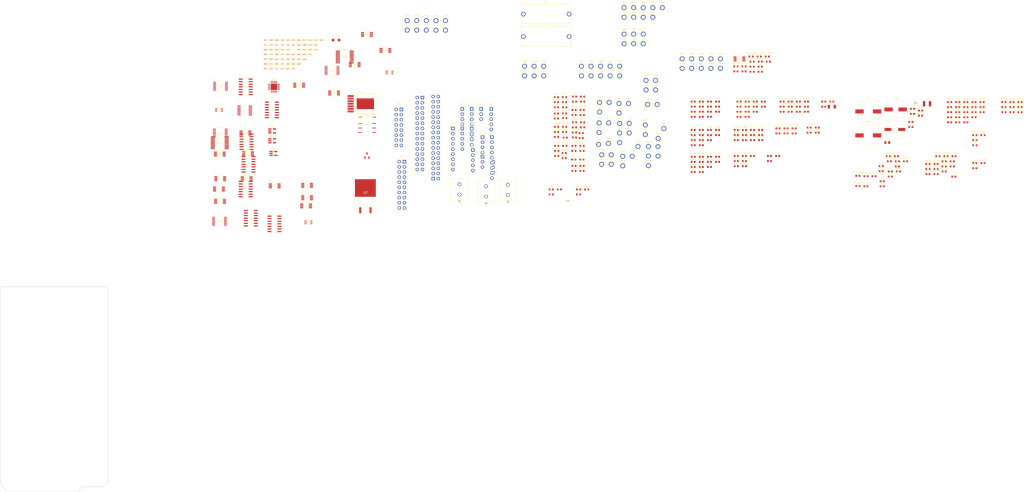
<source format=kicad_pcb>
(kicad_pcb (version 20211014) (generator pcbnew)
  (title_block (date "mar. 31 mars 2015"))
  (layers (0 "F.Cu" signal) (31 "B.Cu" signal) (34 "B.Paste" user) (35 "F.Paste" user) (36 "B.SilkS" user "B.Silkscreen") (37 "F.SilkS" user "F.Silkscreen") (38 "B.Mask" user) (39 "F.Mask" user) (44 "Edge.Cuts" user))
  (net 0 "")
  (net 1 "+5V")
  (net 2 "+3V3")
  (net 3 "/STM SIGNALS/VDDA")
  (net 4 "SW1")
  (net 5 "/STM SIGNALS/AGND")
  (net 6 "SW2")
  (net 7 "SW3")
  (net 8 "MAG_AMP_1")
  (net 9 "SW4")
  (net 10 "MAG_AMP_2")
  (net 11 "SW5")
  (net 12 "/STM SIGNALS/D26")
  (net 13 "/STM SIGNALS/D27")
  (net 14 "/STM SIGNALS/D42")
  (net 15 "/STM SIGNALS/D28")
  (net 16 "/STM SIGNALS/D41")
  (net 17 "/STM SIGNALS/D29")
  (net 18 "/STM SIGNALS/D30")
  (net 19 "/STM SIGNALS/D40")
  (net 20 "/STM SIGNALS/D31")
  (net 21 "/STM SIGNALS/D39")
  (net 22 "/STM SIGNALS/D38")
  (net 23 "MAG_AMP_4")
  (net 24 "/STM SIGNALS/D37")
  (net 25 "/STM SIGNALS/D36")
  (net 26 "/STM SIGNALS/D34")
  (net 27 "/STM SIGNALS/D35")
  (net 28 "/STM SIGNALS/D16")
  (net 29 "/STM SIGNALS/D17")
  (net 30 "/STM SIGNALS/D14")
  (net 31 "/STM SIGNALS/D18")
  (net 32 "/STM SIGNALS/AREF")
  (net 33 "/STM SIGNALS/D19")
  (net 34 "/STM SIGNALS/D20")
  (net 35 "LC_O+_1")
  (net 36 "/STM SIGNALS/D21")
  (net 37 "/STM SIGNALS/D22")
  (net 38 "LC_O+_3")
  (net 39 "/STM SIGNALS/D23")
  (net 40 "/STM SIGNALS/D10")
  (net 41 "/STM SIGNALS/D9")
  (net 42 "/STM SIGNALS/D25")
  (net 43 "/STM SIGNALS/D8")
  (net 44 "/STM SIGNALS/D51")
  (net 45 "/STM SIGNALS/D52")
  (net 46 "/STM SIGNALS/A2")
  (net 47 "/STM SIGNALS/D53")
  (net 48 "/STM SIGNALS/D54")
  (net 49 "/STM SIGNALS/A4")
  (net 50 "/STM SIGNALS/D55")
  (net 51 "/STM SIGNALS/D72")
  (net 52 "/STM SIGNALS/D56")
  (net 53 "/STM SIGNALS/D71")
  (net 54 "/STM SIGNALS/D57")
  (net 55 "/STM SIGNALS/D70")
  (net 56 "/STM SIGNALS/D58")
  (net 57 "/STM SIGNALS/D59")
  (net 58 "/STM SIGNALS/D68")
  (net 59 "/STM SIGNALS/D60")
  (net 60 "/STM SIGNALS/D61")
  (net 61 "/STM SIGNALS/D67")
  (net 62 "/STM SIGNALS/D62")
  (net 63 "/STM SIGNALS/D66")
  (net 64 "/STM SIGNALS/D63")
  (net 65 "/STM SIGNALS/D65")
  (net 66 "/STM SIGNALS/D64")
  (net 67 "/STM SIGNALS/NC")
  (net 68 "/STM SIGNALS/D43")
  (net 69 "/STM SIGNALS/IOREF")
  (net 70 "/STM SIGNALS/D44")
  (net 71 "/STM SIGNALS/NRST")
  (net 72 "/STM SIGNALS/D45")
  (net 73 "/STM SIGNALS/D46")
  (net 74 "/STM SIGNALS/D47")
  (net 75 "/STM SIGNALS/D48")
  (net 76 "/STM SIGNALS/D49")
  (net 77 "/STM SIGNALS/+5VSTM")
  (net 78 "/STM SIGNALS/D50")
  (net 79 "SWOUT2")
  (net 80 "SWOUT6")
  (net 81 "SWOUT7")
  (net 82 "SWOUT8")
  (net 83 "RESET")
  (net 84 "URG_USER_1")
  (net 85 "URG_USER_2")
  (net 86 "URG_SEC")
  (net 87 "MOT_ENC_SEC")
  (net 88 "PROX_OUT_2")
  (net 89 "MOT_ENC_1")
  (net 90 "MOT_ENC_2")
  (net 91 "MOT_ENC_3")
  (net 96 "MAG_AMP_SEC")
  (net 97 "LC_TOR_SEC")
  (net 98 "SW-SEC")
  (net 99 "LEFTRIGHT_SEC")
  (net 100 "LC_O+_2")
  (net 101 "PROX_3")
  (net 102 "TOR_MOT_1")
  (net 103 "+5VA")
  (net 106 "TOR_MOT_2")
  (net 107 "SWOUT1")
  (net 108 "TOR_MOT_3")
  (net 109 "SWOUT3")
  (net 110 "TOR_MOT_SEC")
  (net 111 "PROX_1")
  (net 112 "PROX_2")
  (net 113 "PROX_SEC")
  (net 114 "BUT_PROX_1")
  (net 115 "BUT_PROX_2")
  (net 116 "BUT_PROX_SEC")
  (net 117 "TEMP_1")
  (net 118 "SWOUT4")
  (net 119 "TEMP_2")
  (net 120 "TEMP_3")
  (net 121 "TEMP_SEC")
  (net 122 "ALIM_SEC")
  (net 123 "Net-(K1-Pad8)")
  (net 124 "SWOUT5")
  (net 125 "PROX_OUT_1")
  (net 126 "PROX_OUT_3")
  (net 127 "MAG1_POT1")
  (net 128 "MAG1_POT_OUT")
  (net 129 "MAG1_POT2")
  (net 130 "MAG2_POT1")
  (net 131 "MAG2_POT_OUT")
  (net 132 "MAG2_POT2")
  (net 133 "MAG3_POT1")
  (net 134 "MAG3_POT_OUT")
  (net 135 "MAG3_POT2")
  (net 136 "LC1_POT1")
  (net 137 "LC1_POT_OUT")
  (net 138 "LC1_POT2")
  (net 139 "LC2_POT1")
  (net 142 "LC2_POT_OUT")
  (net 143 "LC2_POT2")
  (net 144 "LC3_POT1")
  (net 145 "LC3_POT_OUT")
  (net 146 "LC3_POT2")
  (net 147 "+24V")
  (net 148 "Net-(C6-Pad1)")
  (net 149 "Net-(C10-Pad1)")
  (net 150 "Net-(TP14-PadTP)")
  (net 151 "MAG_AMP_3")
  (net 154 "Net-(F1-Pad1)")
  (net 155 "Net-(R1-Pad2)")
  (net 156 "Net-(R2-Pad2)")
  (net 157 "Net-(J3-Pad1)")
  (net 158 "Net-(R5-Pad2)")
  (net 159 "Net-(R3-Pad2)")
  (net 160 "MAG_LIM_1")
  (net 161 "Net-(C40-Pad1)")
  (net 162 "Net-(C41-Pad1)")
  (net 163 "MAG_LIM_3")
  (net 164 "LC_LIM_2")
  (net 165 "LC_LIM_3")
  (net 166 "Net-(R50-Pad2)")
  (net 167 "LC_TOR_1")
  (net 168 "LC_TOR_2")
  (net 169 "LC_TOR_3")
  (net 170 "MAG_OUT_1")
  (net 171 "MAG_OUT_2")
  (net 172 "MAG_OUT_3")
  (net 173 "MAG_OUT_4")
  (net 174 "Net-(C39-Pad1)")
  (net 175 "MOT_ENC_OUT_1")
  (net 176 "MOT_ENC_OUT_2")
  (net 177 "Net-(R49-Pad2)")
  (net 178 "Net-(R53-Pad2)")
  (net 179 "Net-(R54-Pad2)")
  (net 180 "Net-(R55-Pad2)")
  (net 181 "Net-(R56-Pad2)")
  (net 182 "Net-(R57-Pad2)")
  (net 183 "TOR_MOT_OUT_2")
  (net 184 "TOR_MOT_OUT_1")
  (net 185 "TOR_MOT_OUT_3")
  (net 186 "Net-(R88-Pad1)")
  (net 187 "Net-(R89-Pad1)")
  (net 188 "Net-(R90-Pad1)")
  (net 189 "TEMP_OUT_1")
  (net 190 "TEMP_OUT_3")
  (net 191 "TEMP_OUT_2")
  (net 192 "Net-(R98-Pad1)")
  (net 195 "Net-(U7-Pad6)")
  (net 198 "Net-(U16-Pad6)")
  (net 199 "Net-(U16-Pad11)")
  (net 206 "MAG_LIM_2")
  (net 207 "MOT_ENC_OUT_3")
  (net 208 "LC_LIM_1")
  (net 209 "LC_O-_3")
  (net 210 "LC_O-_2")
  (net 211 "LC_O-_1")
  (net 212 "Net-(U40-Pad3)")
  (net 213 "Net-(D34-Pad2)")
  (net 214 "Net-(F1-Pad2)")
  (net 228 "Net-(U5-Pad6)")
  (net 229 "Net-(U16-Pad3)")
  (net 230 "Net-(U17-Pad1)")
  (net 245 "Net-(U7-Pad2)")
  (net 246 "Net-(U7-Pad8)")
  (net 247 "Net-(U11-Pad2)")
  (net 248 "Net-(U8-Pad3)")
  (net 249 "Net-(U8-Pad4)")
  (net 250 "Net-(U8-Pad5)")
  (net 251 "Net-(U8-Pad6)")
  (net 252 "Net-(U11-Pad1)")
  (net 253 "Net-(U8-Pad10)")
  (net 254 "Net-(U8-Pad11)")
  (net 257 "Net-(U15-Pad2)")
  (net 258 "Net-(U15-Pad5)")
  (net 259 "Net-(U15-Pad7)")
  (net 260 "Net-(U16-Pad8)")
  (net 261 "Net-(U16-Pad12)")
  (net 262 "Net-(U17-Pad6)")
  (net 263 "Net-(U17-Pad11)")
  (net 266 "Net-(TP28-PadTP)")
  (net 267 "Net-(TP37-PadTP)")
  (net 268 "Net-(TP38-PadTP)")
  (net 269 "Net-(C62-Pad1)")
  (net 270 "Net-(C63-Pad1)")
  (net 271 "Net-(C64-Pad1)")
  (net 272 "Net-(C106-Pad1)")
  (net 273 "Net-(U36-Pad3)")
  (net 274 "Net-(C117-Pad1)")
  (net 275 "Net-(C118-Pad1)")
  (net 276 "Net-(U39-Pad3)")
  (net 277 "Net-(U35-Pad11)")
  (net 278 "Net-(U33-Pad2)")
  (net 279 "Net-(U19-Pad2)")
  (net 280 "Net-(U19-Pad5)")
  (net 281 "Net-(U20-Pad4)")
  (net 282 "Net-(U20-Pad5)")
  (net 283 "Net-(U20-Pad6)")
  (net 284 "Net-(U20-Pad11)")
  (net 293 "Net-(U33-Pad5)")
  (net 294 "Net-(U34-Pad8)")
  (net 295 "Net-(U33-Pad7)")
  (net 296 "Net-(U34-Pad11)")
  (net 297 "Net-(U35-Pad6)")
  (net 302 "Net-(J2-Pad2)")
  (net 303 "Net-(R27-Pad1)")
  (net 304 "Net-(R28-Pad1)")
  (net 305 "Net-(R69-Pad1)")
  (net 306 "Net-(R70-Pad1)")
  (net 307 "Net-(TP12-PadTP)")
  (net 308 "Net-(TP13-PadTP)")
  (net 309 "Net-(TP26-PadTP)")
  (net 310 "Net-(TP27-PadTP)")
  (net 311 "Net-(TP36-PadTP)")
  (net 312 "Net-(TP46-PadTP)")
  (net 313 "Net-(TP47-PadTP)")
  (net 314 "Net-(TP48-PadTP)")
  (net 315 "Net-(TP68-PadTP)")
  (net 316 "Net-(C105-Pad1)")
  (net 317 "Net-(C119-Pad1)")
  (net 318 "Net-(C120-Pad1)")
  (net 319 "Net-(C121-Pad1)")
  (net 320 "Net-(U41-Pad3)")
  (net 321 "Net-(R15-Pad1)")
  (net 322 "Net-(R29-Pad1)")
  (net 323 "Net-(R51-Pad2)")
  (net 324 "Net-(R58-Pad2)")
  (net 325 "Net-(R71-Pad1)")
  (net 326 "Net-(R80-Pad2)")
  (net 327 "Net-(R84-Pad1)")
  (net 328 "Net-(R94-Pad1)")
  (net 329 "Net-(R95-Pad1)")
  (net 330 "Net-(R99-Pad1)")
  (net 331 "Net-(R100-Pad1)")
  (net 332 "Net-(R110-Pad1)")
  (net 333 "Net-(R111-Pad1)")
  (net 334 "Net-(R112-Pad1)")
  (net 335 "Net-(TP56-PadTP)")
  (net 336 "Net-(TP57-PadTP)")
  (net 337 "Net-(TP67-PadTP)")
  (net 338 "Net-(TP77-PadTP)")
  (net 339 "Net-(TP78-PadTP)")
  (net 340 "Net-(TP79-PadTP)")
  (net 341 "Net-(U20-Pad10)")
  (net 346 "Net-(D1-Pad1)")
  (footprint "Connector_PinSocket_2.54mm:PinSocket_2x17_P2.54mm_Vertical" (layer "F.Cu") (at 119.792 -33.878 180)
    (fp_text reference "J7")
    (fp_text value "CN10")
  )
  (footprint "FootPrint:TerminalBlock14AWG" (layer "F.Cu") (at 156.692 -25.7808 90)
    (fp_text reference "J1")
    (fp_text value "24V")
  )
  (footprint "FootPrint:TerminalBlock14AWG" (layer "F.Cu") (at 145.999 -24.9934 90)
    (fp_text reference "J3")
    (fp_text value "24V")
  )
  (footprint "Connector_PinSocket_2.54mm:PinSocket_2x08_P2.54mm_Vertical" (layer "F.Cu") (at 104.084 -68.118)
    (fp_text reference "J5")
    (fp_text value "CN8")
  )
  (footprint "FootPrint:TerminalBlock14AWG" (layer "F.Cu") (at 132.791 -26.0094 90)
    (fp_text reference "J2")
    (fp_text value "5V")
  )
  (footprint "Connector_PinSocket_2.54mm:PinSocket_2x10_P2.54mm_Vertical" (layer "F.Cu") (at 105.588 -42.24)
    (fp_text reference "J6")
    (fp_text value "CN7")
  )
  (footprint "FootPrint:KEYSTONE_5005" (layer "F.Cu") (at 218.937 -105.401)
    (fp_text reference "TP69")
    (fp_text value "5005")
  )
  (footprint "Resistor_SMD:R_0603_1608Metric" (layer "F.Cu") (at 281.502 -86.784)
    (fp_text reference "R103")
    (fp_text value "15k")
  )
  (footprint "Capacitor_SMD:C_0603_1608Metric" (layer "F.Cu") (at 304.356 -66.998)
    (fp_text reference "C117")
    (fp_text value "10 uF")
  )
  (footprint "FootPrint:DPY2_TEX" (layer "F.Cu") (at 36.916 -95.358)
    (fp_text reference "D27")
    (fp_text value "TPD1E")
  )
  (footprint "Connector_PinHeader_2.54mm:PinHeader_1x03_P2.54mm_Vertical" (layer "F.Cu") (at 138.862 -58.702)
    (fp_text reference "J9")
    (fp_text value "Conn_01x03_Male")
  )
  (footprint "Capacitor_SMD:C_0603_1608Metric" (layer "F.Cu") (at 387.63 -41.562)
    (fp_text reference "C49")
    (fp_text value "0,1uF")
  )
  (footprint "FootPrint:DPY2_TEX" (layer "F.Cu") (at 186.36 -22.936)
    (fp_text reference "D1")
    (fp_text value "TPD1E")
  )
  (footprint "Resistor_SMD:R_0603_1608Metric" (layer "F.Cu") (at 383.19 -69.292)
    (fp_text reference "R75")
    (fp_text value "15k")
  )
  (footprint "FootPrint:KEYSTONE_5005" (layer "F.Cu") (at 212.014 -56.464)
    (fp_text reference "TP8")
    (fp_text value "5005")
  )
  (footprint "Resistor_SMD:R_0603_1608Metric" (layer "F.Cu") (at 189.408 -47.604)
    (fp_text reference "R23")
    (fp_text value "R_Small_US")
  )
  (footprint "FootPrint:KEYSTONE_5005" (layer "F.Cu") (at 228.397 -118.501)
    (fp_text reference "TP64")
    (fp_text value "5005")
  )
  (footprint "FootPrint:KEYSTONE_5005" (layer "F.Cu") (at 197.837 -89.511)
    (fp_text reference "TP71")
    (fp_text value "5005")
  )
  (footprint "FootPrint:DPY2_TEX" (layer "F.Cu") (at 47.956 -100.078)
    (fp_text reference "D5")
    (fp_text value "TPD1E")
  )
  (footprint "FootPrint:KEYSTONE_5005" (layer "F.Cu") (at 226.238 -40.304)
    (fp_text reference "TP28")
    (fp_text value "5005")
  )
  (footprint "Resistor_SMD:R_0603_1608Metric" (layer "F.Cu") (at 178.164 -26.044)
    (fp_text reference "R52")
    (fp_text value "15k")
  )
  (footprint "FootPrint:DPY2_TEX" (layer "F.Cu") (at 53.476 -97.718)
    (fp_text reference "D47")
    (fp_text value "TPD1E")
  )
  (footprint "Resistor_SMD:R_0603_1608Metric" (layer "F.Cu") (at 281.502 -89.294)
    (fp_text reference "R109")
    (fp_text value "0 ohm")
  )
  (footprint "Resistor_SMD:R_0603_1608Metric" (layer "F.Cu") (at 180.889 -45.094)
    (fp_text reference "R16")
    (fp_text value "2,5k")
  )
  (footprint "FootPrint:KEYSTONE_5005" (layer "F.Cu") (at 212.014 -51.734)
    (fp_text reference "TP7")
    (fp_text value "5005")
  )
  (footprint "Resistor_SMD:R_0603_1608Metric" (layer "F.Cu") (at 379.18 -71.802)
    (fp_text reference "R70")
    (fp_text value "0 ohm")
  )
  (footprint "Capacitor_SMD:C_0603_1608Metric" (layer "F.Cu") (at 273.686 -40.068)
    (fp_text reference "C98")
    (fp_text value "0,01uF")
  )
  (footprint "FootPrint:CAP_EEHZS1H221P" (layer "F.Cu") (at 334.95 -55.282)
    (fp_text reference "C5")
    (fp_text value "220uF 50V")
  )
  (footprint "Capacitor_SMD:C_0603_1608Metric" (layer "F.Cu") (at 360.79 -67.552)
    (fp_text reference "C9")
    (fp_text value "10uF")
  )
  (footprint "FootPrint:KEYSTONE_5005" (layer "F.Cu") (at 223.667 -113.771)
    (fp_text reference "TP61")
    (fp_text value "5005")
  )
  (footprint "FootPrint:KEYSTONE_5005" (layer "F.Cu") (at 201.854 -56.718)
    (fp_text reference "TP12")
    (fp_text value "5005")
  )
  (footprint "Connector_PinHeader_2.54mm:PinHeader_1x08_P2.54mm_Vertical" (layer "F.Cu") (at 138.862 -68.402)
    (fp_text reference "J17")
    (fp_text value "Conn_01x08_Male")
  )
  (footprint "Capacitor_SMD:C_0603_1608Metric" (layer "F.Cu") (at 304.356 -72.018)
    (fp_text reference "C118")
    (fp_text value "10 uF")
  )
  (footprint "Connector_PinHeader_2.54mm:PinHeader_1x05_P2.54mm_Vertical" (layer "F.Cu") (at 134.212 -58.702)
    (fp_text reference "J14")
    (fp_text value "Conn_01x05_Male")
  )
  (footprint "Capacitor_SMD:C_0603_1608Metric" (layer "F.Cu") (at 300.346 -69.508)
    (fp_text reference "C125")
    (fp_text value "1nF")
  )
  (footprint "Resistor_SMD:R_0603_1608Metric" (layer "F.Cu") (at 184.836 -63.83)
    (fp_text reference "R46")
    (fp_text value "15k")
  )
  (footprint "Capacitor_SMD:C_0603_1608Metric" (layer "F.Cu") (at 279.046 -66.998)
    (fp_text reference "C91")
    (fp_text value "1nF")
  )
  (footprint "Capacitor_SMD:C_0603_1608Metric" (layer "F.Cu") (at 248.376 -64.488)
    (fp_text reference "C28")
    (fp_text value "0,01uF")
  )
  (footprint "Capacitor_SMD:C_0603_1608Metric" (layer "F.Cu") (at 300.346 -72.018)
    (fp_text reference "C114")
    (fp_text value "0,01uF")
  )
  (footprint "FootPrint:ADCMP602BRMZ" (layer "F.Cu") (at 57.455 -30.556)
    (fp_text reference "U31")
    (fp_text value "ADCMP602BRMZ")
  )
  (footprint "FootPrint:DPY2_TEX" (layer "F.Cu") (at 42.436 -88.278)
    (fp_text reference "D8")
    (fp_text value "TPD1E")
  )
  (footprint "Resistor_SMD:R_0603_1608Metric" (layer "F.Cu") (at 387.63 -55.412)
    (fp_text reference "R81")
    (fp_text value "5k")
  )
  (footprint "Capacitor_SMD:C_0603_1608Metric" (layer "F.Cu") (at 252.386 -57.968)
    (fp_text reference "C41")
    (fp_text value "10 uF")
  )
  (footprint "FootPrint:KEYSTONE_5005" (layer "F.Cu") (at 201.6 -50.78)
    (fp_text reference "TP15")
    (fp_text value "5005")
  )
  (footprint "Capacitor_SMD:C_0603_1608Metric" (layer "F.Cu") (at 256.396 -42.178)
    (fp_text reference "C62")
    (fp_text value "1nF")
  )
  (footprint "Capacitor_SMD:C_0603_1608Metric" (layer "F.Cu") (at 305.686 -56.628)
    (fp_text reference "C52")
    (fp_text value "0,01uF")
  )
  (footprint "FootPrint:DPY2_TEX" (layer "F.Cu") (at 45.196 -97.718)
    (fp_text reference "D51")
    (fp_text value "TPD1E")
  )
  (footprint "Capacitor_SMD:C_0603_1608Metric" (layer "F.Cu") (at 256.396 -72.018)
    (fp_text reference "C17")
    (fp_text value "1uF")
  )
  (footprint "Capacitor_SMD:C_0603_1608Metric" (layer "F.Cu") (at 269.676 -45.088)
    (fp_text reference "C100")
    (fp_text value "0,01uF")
  )
  (footprint "FootPrint:ADCMP602BRMZ" (layer "F.Cu") (at 87.046 -105.232)
    (fp_text reference "U37")
    (fp_text value "ADCMP602BRMZ")
  )
  (footprint "Resistor_SMD:R_0603_1608Metric" (layer "F.Cu") (at 182.174 -28.554)
    (fp_text reference "R53")
    (fp_text value "220k")
  )
  (footprint "FootPrint:DPY2_TEX" (layer "F.Cu") (at 42.436 -92.998)
    (fp_text reference "D24")
    (fp_text value "TPD1E")
  )
  (footprint "Resistor_SMD:R_0603_1608Metric" (layer "F.Cu") (at 369.34 -44.962)
    (fp_text reference "R92")
    (fp_text value "5k")
  )
  (footprint "FootPrint:KEYSTONE_5005" (layer "F.Cu") (at 207.297 -84.781)
    (fp_text reference "TP78")
    (fp_text value "5005")
  )
  (footprint "FootPrint:KEYSTONE_5005" (layer "F.Cu") (at 247.642 -88.474)
    (fp_text reference "TP86")
    (fp_text value "5005")
  )
  (footprint "Resistor_SMD:R_0603_1608Metric" (layer "F.Cu") (at 345.82 -34.922)
    (fp_text reference "R94")
    (fp_text value "0 ohm")
  )
  (footprint "FootPrint:SN74LV4T08PWR" (layer "F.Cu") (at 14.148 -12.776)
    (fp_text reference "U10")
    (fp_text value "SN74LV4T08PWR_V2")
  )
  (footprint "FootPrint:DPY2_TEX" (layer "F.Cu") (at 50.716 -92.998)
    (fp_text reference "D32")
    (fp_text value "TPD1E")
  )
  (footprint "FootPrint:ADCMP602BRMZ" (layer "F.Cu") (at 81.002 -90.306)
    (fp_text reference "U40")
    (fp_text value "ADCMP602BRMZ")
  )
  (footprint "Capacitor_SMD:C_0603_1608Metric" (layer "F.Cu") (at 312.906 -72.018)
    (fp_text reference "C10")
    (fp_text value "1uF")
  )
  (footprint "Capacitor_SMD:C_0805_2012Metric" (layer "F.Cu") (at 344.35 -51.742)
    (fp_text reference "C2")
    (fp_text value "10 uF")
  )
  (footprint "FootPrint:KEYSTONE_5005" (layer "F.Cu") (at 257.102 -93.204)
    (fp_text reference "TP83")
    (fp_text value "5005")
  )
  (footprint "Capacitor_SMD:C_0603_1608Metric" (layer "F.Cu") (at 256.396 -57.968)
    (fp_text reference "C36")
    (fp_text value "0,01uF")
  )
  (footprint "FootPrint:KEYSTONE_5005" (layer "F.Cu") (at 218.268 -44.938)
    (fp_text reference "TP30")
    (fp_text value "5005")
  )
  (footprint "FootPrint:KEYSTONE_5005" (layer "F.Cu") (at 214.207 -105.401)
    (fp_text reference "TP68")
    (fp_text value "5005")
  )
  (footprint "Capacitor_SMD:C_0603_1608Metric" (layer "F.Cu") (at 260.406 -44.688)
    (fp_text reference "C67")
    (fp_text value "0,1uF")
  )
  (footprint "Capacitor_SMD:C_0603_1608Metric" (layer "F.Cu") (at 312.906 -69.508)
    (fp_text reference "C6")
    (fp_text value "0,047uF")
  )
  (footprint "Capacitor_SMD:C_1206_3216Metric" (layer "F.Cu") (at 316.916 -69.508)
    (fp_text reference "C11")
    (fp_text value "47uF")
  )
  (footprint "Capacitor_SMD:C_0603_1608Metric" (layer "F.Cu") (at 279.046 -72.018)
    (fp_text reference "C87")
    (fp_text value "1nF")
  )
  (footprint "FootPrint:DPY2_TEX" (layer "F.Cu") (at 39.676 -95.358)
    (fp_text reference "D62")
    (fp_text value "TPD1E")
  )
  (footprint "Resistor_SMD:R_0603_1608Metric" (layer "F.Cu") (at 184.836 -69.164)
    (fp_text reference "R39")
    (fp_text value "R_Small_US")
  )
  (footprint "FootPrint:DPY2_TEX" (layer "F.Cu") (at 47.956 -88.278)
    (fp_text reference "D31")
    (fp_text value "TPD1E")
  )
  (footprint "Resistor_SMD:R_0603_1608Metric" (layer "F.Cu") (at 184.714 -71.716)
    (fp_text reference "R7")
    (fp_text value "2,5k")
  )
  (footprint "Resistor_SMD:R_0603_1608Metric" (layer "F.Cu") (at 405.98 -71.802)
    (fp_text reference "R58")
    (fp_text value "2M")
  )
  (footprint "FootPrint:DPY2_TEX" (layer "F.Cu") (at 358.275 -71.382)
    (fp_text reference "D3")
    (fp_text value "TPD1E")
  )
  (footprint "FootPrint:KEYSTONE_5005" (layer "F.Cu") (at 226.238 -45.034)
    (fp_text reference "TP29")
    (fp_text value "5005")
  )
  (footprint "FootPrint:DPY2_TEX" (layer "F.Cu") (at 53.476 -90.638)
    (fp_text reference "D12")
    (fp_text value "TPD1E")
  )
  (footprint "Capacitor_SMD:C_0603_1608Metric" (layer "F.Cu") (at 248.376 -42.178)
    (fp_text reference "C61")
    (fp_text value "0,01uF")
  )
  (footprint "Arduino_MountingHole:MountingHole_3.2mm" (layer "F.Cu") (at -91.77 116.129 -90)
    (fp_text reference "MH6" hide)
    (fp_text value "MountingHole_3.2mm" hide)
  )
  (footprint "Resistor_SMD:R_0603_1608Metric" (layer "F.Cu") (at 344.82 -44.962)
    (fp_text reference "R98")
    (fp_text value "0 ohm")
  )
  (footprint "FootPrint:KEYSTONE_5005" (layer "F.Cu") (at 203.124 -40.97)
    (fp_text reference "TP19")
    (fp_text value "5005")
  )
  (footprint "Resistor_SMD:R_0603_1608Metric" (layer "F.Cu") (at 193.027 -53.954)
    (fp_text reference "R40")
    (fp_text value "R_Small_US")
  )
  (footprint "Capacitor_SMD:C_0603_1608Metric" (layer "F.Cu") (at 248.376 -69.508)
    (fp_text reference "C20")
    (fp_text value "1nF")
  )
  (footprint "Capacitor_SMD:C_0603_1608Metric" (layer "F.Cu") (at 252.386 -55.458)
    (fp_text reference "C40")
    (fp_text value "10 uF")
  )
  (footprint "FootPrint:DPY2_TEX" (layer "F.Cu") (at 45.196 -92.998)
    (fp_text reference "D55")
    (fp_text value "TPD1E")
  )
  (footprint "Resistor_SMD:R_0603_1608Metric" (layer "F.Cu") (at 180.704 -69.206)
    (fp_text reference "R9")
    (fp_text value "5k")
  )
  (footprint "FootPrint:DPY2_TEX" (layer "F.Cu") (at 39.676 -102.438)
    (fp_text reference "D11")
    (fp_text value "TPD1E")
  )
  (footprint "Capacitor_SMD:C_0603_1608Metric" (layer "F.Cu") (at 292.326 -66.998)
    (fp_text reference "C123")
    (fp_text value "1nF")
  )
  (footprint "FootPrint:ADCMP602BRMZ" (layer "F.Cu") (at 14.275 -46.05)
    (fp_text reference "U22")
    (fp_text value "ADCMP602BRMZ")
  )
  (footprint "FootPrint:SN74LV4T08PWR" (layer "F.Cu") (at 14.656 -79.578)
    (fp_text reference "U9")
    (fp_text value "SN74LV4T08PWR_V2")
  )
  (footprint "FootPrint:KEYSTONE_5005" (layer "F.Cu") (at 229.794 -77.8)
    (fp_text reference "TP36")
    (fp_text value "5005")
  )
  (footprint "Capacitor_SMD:C_0603_1608Metric" (layer "F.Cu") (at 356.78 -68.452)
    (fp_text reference "C14")
    (fp_text value "10uF")
  )
  (footprint "FootPrint:SN74HC7032D" (layer "F.Cu") (at 27.102 -79.324)
    (fp_text reference "U5")
    (fp_text value "SN74HC7032D_V2")
  )
  (footprint "FootPrint:DPY2_TEX" (layer "F.Cu") (at 42.436 -97.718)
    (fp_text reference "D58")
    (fp_text value "TPD1E")
  )
  (footprint "Capacitor_SMD:C_0603_1608Metric" (layer "F.Cu") (at 333.79 -30.062)
    (fp_text reference "C130")
    (fp_text value "0,01uF")
  )
  (footprint "Resistor_SMD:R_0603_1608Metric" (layer "F.Cu") (at 191.694 -28.554)
    (fp_text reference "R51")
    (fp_text value "10k")
  )
  (footprint "FootPrint:KEYSTONE_5005" (layer "F.Cu") (at 218.937 -100.671)
    (fp_text reference "TP65")
    (fp_text value "5005")
  )
  (footprint "Capacitor_SMD:C_0603_1608Metric" (layer "F.Cu") (at 305.686 -59.138)
    (fp_text reference "C53")
    (fp_text value "0,01uF")
  )
  (footprint "Resistor_SMD:R_0603_1608Metric" (layer "F.Cu") (at 185.09 -54.178)
    (fp_text reference "R37")
    (fp_text value "15k")
  )
  (footprint "Capacitor_SMD:C_0603_1608Metric" (layer "F.Cu") (at 275.036 -69.508)
    (fp_text reference "C83")
    (fp_text value "0,01uF")
  )
  (footprint "Resistor_SMD:R_0603_1608Metric" (layer "F.Cu") (at 379.18 -61.762)
    (fp_text reference "R71")
    (fp_text value "0 ohm")
  )
  (footprint "FootPrint:DPY2_TEX" (layer "F.Cu") (at 47.956 -102.438)
    (fp_text reference "D52")
    (fp_text value "TPD1E")
  )
  (footprint "Capacitor_SMD:C_0603_1608Metric" (layer "F.Cu") (at 273.686 -55.458)
    (fp_text reference "C75")
    (fp_text value "0,01uF")
  )
  (footprint "Resistor_SMD:R_0603_1608Metric" (layer "F.Cu") (at 193.027 -56.464)
    (fp_text reference "R45")
    (fp_text value "R_Small_US")
  )
  (footprint "Resistor_SMD:R_0603_1608Metric" (layer "F.Cu") (at 184.714 -66.116)
    (fp_text reference "R5")
    (fp_text value "25,5k 1%")
  )
  (footprint "FootPrint:CAP_20SVPK220M" (layer "F.Cu") (at 348.45 -68.132)
    (fp_text reference "C8")
    (fp_text value "220uF 20V")
  )
  (footprint "Resistor_SMD:R_0603_1608Metric" (layer "F.Cu") (at 405.98 -66.782)
    (fp_text reference "R59")
    (fp_text value "430k")
  )
  (footprint "Capacitor_SMD:C_0603_1608Metric" (layer "F.Cu") (at 281.706 -55.458)
    (fp_text reference "C76")
    (fp_text value "0,01uF")
  )
  (footprint "Resistor_SMD:R_0603_1608Metric" (layer "F.Cu") (at 349.83 -37.432)
    (fp_text reference "R95")
    (fp_text value "0 ohm")
  )
  (footprint "FootPrint:DPY2_TEX" (layer "F.Cu") (at 53.476 -100.078)
    (fp_text reference "D34")
    (fp_text value "TPD1E")
  )
  (footprint "Capacitor_SMD:C_0603_1608Metric" (layer "F.Cu") (at 252.386 -44.688)
    (fp_text reference "C65")
    (fp_text value "1nF")
  )
  (footprint "FootPrint:696108003002" (layer "F.Cu") (at 175.692 -104.216)
    (fp_text reference "F1")
    (fp_text value "SP5X20 16A")
  )
  (footprint "Resistor_SMD:R_0603_1608Metric" (layer "F.Cu") (at 376.46 -42.452)
    (fp_text reference "R84")
    (fp_text value "15k")
  )
  (footprint "Capacitor_SMD:C_0603_1608Metric" (layer "F.Cu") (at 248.376 -44.688)
    (fp_text reference "C58")
    (fp_text value "0,01uF")
  )
  (footprint "FootPrint:KEYSTONE_5005" (layer "F.Cu") (at 201.854 -61.448)
    (fp_text reference "TP13")
    (fp_text value "5005")
  )
  (footprint "FootPrint:LMZ23603" (layer "F.Cu") (at 86.284 -70.942)
    (fp_text reference "U3")
    (fp_text value "LMZ23603TZ_NOPB")
  )
  (footprint "FootPrint:DPY2_TEX" (layer "F.Cu") (at 39.676 -97.718)
    (fp_text reference "D22")
    (fp_text value "TPD1E")
  )
  (footprint "FootPrint:DPY2_TEX" (layer "F.Cu") (at 56.236 -95.358)
    (fp_text reference "D39")
    (fp_text value "TPD1E")
  )
  (footprint "Capacitor_SMD:C_0603_1608Metric" (layer "F.Cu") (at 256.396 -55.458)
    (fp_text reference "C35")
    (fp_text value "0,01uF")
  )
  (footprint "Capacitor_SMD:C_0603_1608Metric" (layer "F.Cu") (at 248.376 -50.438)
    (fp_text reference "C42")
    (fp_text value "0,1uF")
  )
  (footprint "FootPrint:SN74HC7032D" (layer "F.Cu") (at 40.056 -67.894)
    (fp_text reference "U20")
    (fp_text value "SN74HC7032D_V2")
  )
  (footprint "Resistor_SMD:R_0603_1608Metric" (layer "F.Cu") (at 387.2 -64.272)
    (fp_text reference "R73")
    (fp_text value "R_Small_US")
  )
  (footprint "FootPrint:KEYSTONE_5005" (layer "F.Cu") (at 242.912 -88.474)
    (fp_text reference "TP89")
    (fp_text value "5005")
  )
  (footprint "Capacitor_SMD:C_0603_1608Metric" (layer "F.Cu") (at 256.396 -44.688)
    (fp_text reference "C57")
    (fp_text value "0,01uF")
  )
  (footprint "Connector_PinHeader_2.54mm:PinHeader_1x03_P2.54mm_Vertical" (layer "F.Cu") (at 143.512 -68.402)
    (fp_text reference "J11")
    (fp_text value "Conn_01x03_Male")
  )
  (footprint "FootPrint:KEYSTONE_5005" (layer "F.Cu") (at 206.838 -71.608)
    (fp_text reference "TP1")
    (fp_text value "5005")
  )
  (footprint "FootPrint:DPY2_TEX" (layer "F.Cu") (at 61.756 -100.078)
    (fp_text reference "D25")
    (fp_text value "TPD1E")
  )
  (footprint "Capacitor_SMD:C_0603_1608Metric" (layer "F.Cu") (at 269.676 -55.458)
    (fp_text reference "C78")
    (fp_text value "0,01uF")
  )
  (footprint "FootPrint:KEYSTONE_5005" (layer "F.Cu") (at 169.737 -84.781)
    (fp_text reference "TP54")
    (fp_text value "5005")
  )
  (footprint "FootPrint:SN74HC7032D" (layer "F.Cu") (at 41.326 -11.506)
    (fp_text reference "U7")
    (fp_text value "SN74HC7032D_V2")
  )
  (footprint "Capacitor_SMD:C_0603_1608Metric" (layer "F.Cu") (at 356.78 -65.942)
    (fp_text reference "C15")
    (fp_text value "10uF")
  )
  (footprint "Capacitor_SMD:C_0603_1608Metric" (layer "F.Cu") (at 348.83 -44.962)
    (fp_text reference "C137")
    (fp_text value "0,01uF")
  )
  (footprint "Capacitor_SMD:C_0603_1608Metric" (layer "F.Cu") (at 283.056 -69.508)
    (fp_text reference "C81")
    (fp_text value "0,01uF")
  )
  (footprint "FootPrint:SN74LVC3G14DCUT" (layer "F.Cu") (at 98.222 -86.436)
    (fp_text reference "U33")
    (fp_text value "SN74LVC3G14DCUT_V2")
  )
  (footprint "FootPrint:D2PAK_STM" (layer "F.Cu") (at 86.284 -27)
    (fp_text reference "U2")
    (fp_text value "STPS20M100SG-TR")
  )
  (footprint "Resistor_SMD:R_0603_1608Metric" (layer "F.Cu") (at 189.408 -40.208)
    (fp_text reference "R29")
    (fp_text value "0 ohm")
  )
  (footprint "Resistor_SMD:R_0603_1608Metric" (layer "F.Cu") (at 193.535 -65.354)
    (fp_text reference "R48")
    (fp_text value "15k")
  )
  (footprint "FootPrint:KEYSTONE_5005" (layer "F.Cu") (at 106.954 -112.09)
    (fp_text reference "TP46")
    (fp_text value "5005")
  )
  (footprint "Capacitor_SMD:C_0603_1608Metric" (layer "F.Cu") (at 248.376 -57.968)
    (fp_text reference "C43")
    (fp_text value "1nF")
  )
  (footprint "FootPrint:CD4044BPWR" (layer "F.Cu") (at 26.594 -67.64)
    (fp_text reference "U4")
    (fp_text value "CD4044BPWR")
  )
  (footprint "FootPrint:KEYSTONE_5005" (layer "F.Cu") (at 213.538 -44.938)
    (fp_text reference "TP33")
    (fp_text value "5005")
  )
  (footprint "FootPrint:KEYSTONE_5005" (layer "F.Cu") (at 225.064 -77.8)
    (fp_text reference "TP38")
    (fp_text value "5005")
  )
  (footprint "Resistor_SMD:R_0603_1608Metric" (layer "F.Cu") (at 368.44 -38.642)
    (fp_text reference "R86")
    (fp_text value "15k")
  )
  (footprint "Capacitor_SMD:C_0603_1608Metric" (layer "F.Cu") (at 277.696 -45.088)
    (fp_text reference "C95")
    (fp_text value "0,01uF")
  )
  (footprint "FootPrint:ADCMP602BRMZ" (layer "F.Cu") (at 96.19 -97.358)
    (fp_text reference "U39")
    (fp_text value "ADCMP602BRMZ")
  )
  (footprint "Resistor_SMD:R_0603_1608Metric" (layer "F.Cu") (at 329.78 -30.222)
    (fp_text reference "R100")
    (fp_text value "0 ohm")
  )
  (footprint "Capacitor_SMD:C_0603_1608Metric" (layer "F.Cu") (at 275.036 -66.998)
    (fp_text reference "C89")
    (fp_text value "1nF")
  )
  (footprint "FootPrint:KEYSTONE_5005" (layer "F.Cu") (at 221.058 -49.798)
    (fp_text reference "TP31")
    (fp_text value "5005")
  )
  (footprint "Capacitor_SMD:C_0603_1608Metric" (layer "F.Cu") (at 341.81 -30.062)
    (fp_text reference "C133")
    (fp_text value "0,01uF")
  )
  (footprint "FootPrint:DPY2_TEX" (layer "F.Cu") (at 50.716 -88.278)
    (fp_text reference "D44")
    (fp_text value "TPD1E")
  )
  (footprint "Resistor_SMD:R_0603_1608Metric" (layer "F.Cu") (at 372.45 -39.942)
    (fp_text reference "R88")
    (fp_text value "0 ohm")
  )
  (footprint "Capacitor_SMD:C_0603_1608Metric" (layer "F.Cu") (at 256.396 -64.488)
    (fp_text reference "C19")
    (fp_text value "1uF")
  )
  (footprint "Capacitor_SMD:C_0603_1608Metric" (layer "F.Cu") (at 391.21 -69.292)
    (fp_text reference "C106")
    (fp_text value "10 uF")
  )
  (footprint "Resistor_SMD:R_0603_1608Metric" (layer "F.Cu") (at 285.512 -91.804)
    (fp_text reference "R110")
    (fp_text value "15k")
  )
  (footprint "FootPrint:KEYSTONE_5005" (layer "F.Cu") (at 207.854 -40.97)
    (fp_text reference "TP21")
    (fp_text value "5005")
  )
  (footprint "Resistor_SMD:R_0603_1608Metric" (layer "F.Cu") (at 180.772 -57.002)
    (fp_text reference "R26")
    (fp_text value "R_Small_US")
  )
  (footprint "Resistor_SMD:R_0603_1608Metric" (layer "F.Cu") (at 281.002 -94.314)
    (fp_text reference "R107")
    (fp_text value "0 ohm")
  )
  (footprint "FootPrint:KEYSTONE_5005" (layer "F.Cu") (at 125.874 -107.36)
    (fp_text reference "TP41")
    (fp_text value "5005")
  )
  (footprint "FootPrint:ADCMP602BRMZ" (layer "F.Cu") (at 53.518 -80.086)
    (fp_text reference "U32")
    (fp_text value "ADCMP602BRMZ")
  )
  (footprint "Capacitor_SMD:C_0603_1608Metric" (layer "F.Cu") (at 252.386 -50.438)
    (fp_text reference "C47")
    (fp_text value "1nF")
  )
  (footprint "Resistor_SMD:R_0603_1608Metric" (layer "F.Cu") (at 189.662 -56.748)
    (fp_text reference "R41")
    (fp_text value "R_Small_US")
  )
  (footprint "Capacitor_SMD:C_0603_1608Metric" (layer "F.Cu") (at 294.266 -56.228)
    (fp_text reference "C107")
    (fp_text value "1nF")
  )
  (footprint "Capacitor_SMD:C_0603_1608Metric" (layer "F.Cu") (at 275.036 -64.488)
    (fp_text reference "C92")
    (fp_text value "0,01uF")
  )
  (footprint "Capacitor_SMD:C_0603_1608Metric" (layer "F.Cu") (at 248.376 -39.668)
    (fp_text reference "C60")
    (fp_text value "0,01uF")
  )
  (footprint "FootPrint:DPY2_TEX" (layer "F.Cu") (at 56.236 -92.998)
    (fp_text reference "D21")
    (fp_text value "TPD1E")
  )
  (footprint "FootPrint:ADCMP602BRMZ" (layer "F.Cu") (at 57.455 -24.426)
    (fp_text reference "U30")
    (fp_text value "ADCMP602BRMZ")
  )
  (footprint "FootPrint:DPY2_TEX" (layer "F.Cu") (at 50.716 -90.638)
    (fp_text reference "D20")
    (fp_text value "TPD1E")
  )
  (footprint "FootPrint:SN74LV4T08PWR" (layer "F.Cu") (at 14.529 -56.464)
    (fp_text reference "U16")
    (fp_text value "SN74LV4T08PWR_V2")
  )
  (footprint "Resistor_SMD:R_0603_1608Metric" (layer "F.Cu") (at 277.492 -86.784)
    (fp_text reference "R102")
    (fp_text value "15k")
  )
  (footprint "Resistor_SMD:R_0603_1608Metric" (layer "F.Cu") (at 180.704 -74.226)
    (fp_text reference "R8")
    (fp_text value "5k")
  )
  (footprint "Resistor_SMD:R_0603_1608Metric" (layer "F.Cu") (at 368.44 -36.132)
    (fp_text reference "R83")
    (fp_text value "15k")
  )
  (footprint "Capacitor_SMD:C_0603_1608Metric" (layer "F.Cu") (at 375.17 -61.762)
    (fp_text reference "C102")
    (fp_text value "0,01uF")
  )
  (footprint "Connector_PinHeader_2.54mm:PinHeader_1x03_P2.54mm_Vertical" (layer "F.Cu") (at 149.53 -42.001)
    (fp_text reference "J8")
    (fp_text value "Conn_01x03_Male")
  )
  (footprint "FootPrint:DPY2_TEX" (layer "F.Cu") (at 61.756 -102.438)
    (fp_text reference "D41")
    (fp_text value "TPD1E")
  )
  (footprint "Resistor_SMD:R_0603_1608Metric" (layer "F.Cu") (at 193.418 -37.698)
    (fp_text reference "R25")
    (fp_text value "R_Small_US")
  )
  (footprint "Capacitor_SMD:C_0603_1608Metric" (layer "F.Cu") (at 256.396 -52.948)
    (fp_text reference "C44")
    (fp_text value "1nF")
  )
  (footprint "FootPrint:KEYSTONE_5005" (layer "F.Cu") (at 125.874 -112.09)
    (fp_text reference "TP43")
    (fp_text value "5005")
  )
  (footprint "FootPrint:ADCMP602BRMZ" (layer "F.Cu") (at 271.2309 -93.1386)
    (fp_text reference "U41")
    (fp_text value "ADCMP602BRMZ")
  )
  (footprint "FootPrint:KEYSTONE_5005" (layer "F.Cu") (at 223.667 -105.401)
    (fp_text reference "TP70")
    (fp_text value "5005")
  )
  (footprint "FootPrint:ADCMP602BRMZ" (layer "F.Cu") (at 27.5973 -33.786999)
    (fp_text reference "U27")
    (fp_text value "ADCMP602BRMZ")
  )
  (footprint "FootPrint:KEYSTONE_5005" (layer "F.Cu") (at 202.108 -71.608)
    (fp_text reference "TP3")
    (fp_text value "5005")
  )
  (footprint "Connector_PinSocket_2.54mm:PinSocket_2x15_P2.54mm_Vertical" (layer "F.Cu") (at 114.478 -73.99)
    (fp_text reference "J4")
    (fp_text value "CN9")
  )
  (footprint "Capacitor_SMD:C_0603_1608Metric" (layer "F.Cu") (at 248.376 -52.948)
    (fp_text reference "C46")
    (fp_text value "1nF")
  )
  (footprint "FootPrint:SN74HC7032D" (layer "F.Cu") (at 28.499 -40.97)
    (fp_text reference "U35")
    (fp_text value "SN74HC7032D_V2")
  )
  (footprint "Resistor_SMD:R_0603_1608Metric" (layer "F.Cu") (at 401.97 -66.782)
    (fp_text reference "R57")
    (fp_text value "2M")
  )
  (footprint "FootPrint:DPY2_TEX" (layer "F.Cu") (at 56.236 -102.438)
    (fp_text reference "D45")
    (fp_text value "TPD1E")
  )
  (footprint "FootPrint:KEYSTONE_5005" (layer "F.Cu") (at 174.467 -84.781)
    (fp_text reference "TP55")
    (fp_text value "5005")
  )
  (footprint "FootPrint:KEYSTONE_5005" (layer "F.Cu") (at 252.372 -88.474)
    (fp_text reference "TP85")
    (fp_text value "5005")
  )
  (footprint "FootPrint:KEYSTONE_5005" (layer "F.Cu") (at 261.832 -88.474)
    (fp_text reference "TP82")
    (fp_text value "5005")
  )
  (footprint "Capacitor_SMD:C_0603_1608Metric" (layer "F.Cu") (at 271.026 -69.508)
    (fp_text reference "C88")
    (fp_text value "1nF")
  )
  (footprint "FootPrint:SOT95P270X145-5N" (layer "F.Cu") (at 40.8053 -46.345001)
    (fp_text reference "U26")
    (fp_text value "MCP6001T-I_OT")
  )
  (footprint "FootPrint:UD2_NU_KEM-L" (layer "F.Cu") (at 87.1261 -60.528)
    (fp_text reference "K1")
    (fp_text value "UD2-5NU")
  )
  (footprint "FootPrint:SODFL3618X110N" (layer "F.Cu") (at 71.806 -102.438)
    (fp_text reference "D2")
    (fp_text value "DSS12UTR")
  )
  (footprint "FootPrint:ADCMP602BRMZ" (layer "F.Cu") (at 14.3893 -22.610999)
    (fp_text reference "U12")
    (fp_text value "ADCMP602BRMZ")
  )
  (footprint "Capacitor_SMD:C_0603_1608Metric" (layer "F.Cu") (at 273.686 -52.948)
    (fp_text reference "C79")
    (fp_text value "0,01uF")
  )
  (footprint "Capacitor_SMD:C_0603_1608Metric" (layer "F.Cu") (at 281.502 -91.804)
    (fp_text reference "C141")
    (fp_text value "0,01uF")
  )
  (footprint "FootPrint:KEYSTONE_5005" (layer "F.Cu") (at 224.714 -60.432)
    (fp_text reference "TP22")
    (fp_text value "5005")
  )
  (footprint "Resistor_SMD:R_0603_1608Metric" (layer "F.Cu") (at 285.012 -94.314)
    (fp_text reference "R106")
    (fp_text value "0 ohm")
  )
  (footprint "FootPrint:DPY2_TEX" (layer "F.Cu") (at 36.916 -97.718)
    (fp_text reference "D14")
    (fp_text value "TPD1E")
  )
  (footprint "Resistor_SMD:R_0603_1608Metric" (layer "F.Cu") (at 195.704 -28.554)
    (fp_text reference "R50")
    (fp_text value "10k")
  )
  (footprint "FootPrint:DPY2_TEX" (layer "F.Cu") (at 36.916 -88.278)
    (fp_text reference "D33")
    (fp_text value "TPD1E")
  )
  (footprint "Capacitor_SMD:C_0603_1608Metric" (layer "F.Cu") (at 260.406 -72.018)
    (fp_text reference "C21")
    (fp_text value "1nF")
  )
  (footprint "Capacitor_SMD:C_0603_1608Metric" (layer "F.Cu") (at 252.386 -42.178)
    (fp_text reference "C63")
    (fp_text value "1nF")
  )
  (footprint "FootPrint:DPY2_TEX" (layer "F.Cu") (at 45.196 -88.278)
    (fp_text reference "D53")
    (fp_text value "TPD1E")
  )
  (footprint "Resistor_SMD:R_0603_1608Metric" (layer "F.Cu") (at 409.99 -66.782)
    (fp_text reference "R62")
    (fp_text value "2M")
  )
  (footprint "FootPrint:DPY2_TEX" (layer "F.Cu") (at 45.196 -90.638)
    (fp_text reference "D9")
    (fp_text value "TPD1E")
  )
  (footprint "Resistor_SMD:R_0603_1608Metric" (layer "F.Cu") (at 193.672 -74.498)
    (fp_text reference "R1")
    (fp_text value "1,5k")
  )
  (footprint "FootPrint:DPY2_TEX" (layer "F.Cu") (at 53.476 -92.998)
    (fp_text reference "D46")
    (fp_text value "TPD1E")
  )
  (footprint "Capacitor_SMD:C_0603_1608Metric" (layer "F.Cu") (at 281.706 -52.948)
    (fp_text reference "C70")
    (fp_text value "1nF")
  )
  (footprint "FootPrint:KEYSTONE_5005" (layer "F.Cu") (at 242.912 -93.204)
    (fp_text reference "TP87")
    (fp_text value "5005")
  )
  (footprint "FootPrint:DPY2_TEX" (layer "F.Cu") (at 39.676 -100.078)
    (fp_text reference "D60")
    (fp_text value "TPD1E")
  )
  (footprint "Arduino_MountingHole:MountingHole_3.2mm" (layer "F.Cu") (at -43.51 34.849 -90)
    (fp_text reference "MH1" hide)
    (fp_text value "MountingHole_3.2mm" hide)
  )
  (footprint "Capacitor_SMD:C_0603_1608Metric" (layer "F.Cu") (at 387.2 -71.802)
    (fp_text reference "C104")
    (fp_text value "0,01uF")
  )
  (footprint "FootPrint:DPY2_TEX" (layer "F.Cu") (at 45.196 -102.438)
    (fp_text reference "D26")
    (fp_text value "TPD1E")
  )
  (footprint "FootPrint:ADCMP602BRMZ" (layer "F.Cu") (at 26.975 -56.464)
    (fp_text reference "U28")
    (fp_text value "ADCMP602BRMZ")
  )
  (footprint "Capacitor_SMD:C_0603_1608Metric" (layer "F.Cu") (at 273.686 -57.968)
    (fp_text reference "C68")
    (fp_text value "0,1uF")
  )
  (footprint "FootPrint:SN74HC7032D" (layer "F.Cu") (at 29.642 -14.3)
    (fp_text reference "U8")
    (fp_text value "SN74HC7032D_V2")
  )
  (footprint "Capacitor_SMD:C_0603_1608Metric" (layer "F.Cu") (at 283.056 -72.018)
    (fp_text reference "C90")
    (fp_text value "1nF")
  )
  (footprint "FootPrint:DPY2_TEX" (layer "F.Cu") (at 58.996 -95.358)
    (fp_text reference "D6")
    (fp_text value "TPD1E")
  )
  (footprint "Connector_PinHeader_2.54mm:PinHeader_1x09_P2.54mm_Vertical" (layer "F.Cu") (at 148.846 -54.432)
    (fp_text reference "J18")
    (fp_text value "Conn_01x09_Male")
  )
  (footprint "FootPrint:DPY2_TEX" (layer "F.Cu") (at 36.916 -92.998)
    (fp_text reference "D42")
    (fp_text value "TPD1E")
  )
  (footprint "FootPrint:DPY2_TEX" (layer "F.Cu") (at 56.236 -100.078)
    (fp_text reference "D16")
    (fp_text value "TPD1E")
  )
  (footprint "FootPrint:DPY2_TEX" (layer "F.Cu") (at 45.196 -100.078)
    (fp_text reference "D7")
    (fp_text value "TPD1E")
  )
  (footprint "Resistor_SMD:R_0603_1608Metric" (layer "F.Cu") (at 189.662 -71.988)
    (fp_text reference "R3")
    (fp_text value "6,8k")
  )
  (footprint "Capacitor_SMD:C_0603_1608Metric" (layer "F.Cu") (at 292.326 -69.508)
    (fp_text reference "C120")
    (fp_text value "10 uF")
  )
  (footprint "FootPrint:KEYSTONE_5005" (layer "F.Cu") (at 206.426 -51.288)
    (fp_text reference "TP23")
    (fp_text value "5005")
  )
  (footprint "FootPrint:KEYSTONE_5005" (layer "F.Cu") (at 216.744 -56.464)
    (fp_text reference "TP11")
    (fp_text value "5005")
  )
  (footprint "Resistor_SMD:R_0603_1608Metric" (layer "F.Cu") (at 193.418 -47.604)
    (fp_text reference "R19")
    (fp_text value "15k")
  )
  (footprint "FootPrint:KEYSTONE_5005" (layer "F.Cu") (at 216.744 -61.194)
    (fp_text reference "TP9")
    (fp_text value "5005")
  )
  (footprint "Capacitor_SMD:C_0603_1608Metric" (layer "F.Cu") (at 304.356 -69.508)
    (fp_text reference "C116")
    (fp_text value "0,01uF")
  )
  (footprint "FootPrint:ADCMP602BRMZ" (layer "F.Cu") (at 41.453 -30.302)
    (fp_text reference "U14")
    (fp_text value "ADCMP602BRMZ")
  )
  (footprint "FootPrint:DPY2_TEX" (layer "F.Cu") (at 50.716 -100.078)
    (fp_text reference "D37")
    (fp_text value "TPD1E")
  )
  (footprint "FootPrint:KEYSTONE_5005" (layer "F.Cu") (at 165.007 -89.511)
    (fp_text reference "TP50")
    (fp_text value "5005")
  )
  (footprint "Capacitor_SMD:C_0603_1608Metric" (layer "F.Cu") (at 300.346 -66.998)
    (fp_text reference "C122")
    (fp_text value "0,1uF")
  )
  (footprint "Capacitor_SMD:C_1210_3225Metric" (layer "F.Cu") (at 363.98 -70.932)
    (fp_text reference "C7")
    (fp_text value "100uF")
  )
  (footprint "Resistor_SMD:R_0603_1608Metric" (layer "F.Cu") (at 184.714 -74.226)
    (fp_text reference "R11")
    (fp_text value "15k")
  )
  (footprint "Capacitor_SMD:C_0603_1608Metric" (layer "F.Cu") (at 252.386 -64.488)
    (fp_text reference "C30")
    (fp_text value "0,01uF")
  )
  (footprint "Capacitor_SMD:C_0603_1608Metric" (layer "F.Cu") (at 356 -61.952)
    (fp_text reference "C12")
    (fp_text value "10uF")
  )
  (footprint "FootPrint:DPY2_TEX" (layer "F.Cu") (at 47.956 -92.998)
    (fp_text reference "D13")
    (fp_text value "TPD1E")
  )
  (footprint "FootPrint:KEYSTONE_5005" (layer "F.Cu") (at 230.968 -45.034)
    (fp_text reference "TP27")
    (fp_text value "5005")
  )
  (footprint "Capacitor_SMD:C_0603_1608Metric" (layer "F.Cu") (at 341.81 -32.572)
    (fp_text reference "C131")
    (fp_text value "0,01uF")
  )
  (footprint "Capacitor_SMD:C_0603_1608Metric" (layer "F.Cu") (at 294.266 -58.738)
    (fp_text reference "C112")
    (fp_text value "0,01uF")
  )
  (footprint "Resistor_SMD:R_0603_1608Metric" (layer "F.Cu") (at 178.164 -28.554)
    (fp_text reference "R54")
    (fp_text value "220k")
  )
  (footprint "FootPrint:SN74LVC3G14DCUT" (layer "F.Cu") (at 58.09 -12.268)
    (fp_text reference "U19")
    (fp_text value "SN74LVC3G14DCUT_V2")
  )
  (footprint "Capacitor_SMD:C_0603_1608Metric" (layer "F.Cu") (at 379.18 -69.292)
    (fp_text reference "C94")
    (fp_text value "0,01uF")
  )
  (footprint "Capacitor_SMD:C_0603_1608Metric" (layer "F.Cu") (at 356 -59.442)
    (fp_text reference "C16")
    (fp_text value "10uF")
  )
  (footprint "Capacitor_SMD:C_0603_1608Metric" (layer "F.Cu") (at 256.396 -69.508)
    (fp_text reference "C22")
    (fp_text value "1nF")
  )
  (footprint "FootPrint:KEYSTONE_5005" (layer "F.Cu") (at 106.954 -107.36)
    (fp_text reference "TP48")
    (fp_text value "5005")
  )
  (footprint "FootPrint:KEYSTONE_5005" (layer "F.Cu") (at 212.014 -61.194)
    (fp_text reference "TP10")
    (fp_text value "5005")
  )
  (footprint "Capacitor_SMD:C_0603_1608Metric" (layer "F.Cu") (at 377.26 -34.874)
    (fp_text reference "C119")
    (fp_text value "10 uF")
  )
  (footprint "Resistor_SMD:R_0603_1608Metric" (layer "F.Cu") (at 349.33 -39.942)
    (fp_text reference "R97")
    (fp_text value "5k")
  )
  (footprint "Capacitor_SMD:C_0603_1608Metric" (layer "F.Cu") (at 377.36 -44.962)
    (fp_text reference "C129")
    (fp_text value "0,01uF")
  )
  (footprint "FootPrint:SOT95P270X145-5N" (layer "F.Cu") (at 40.183 -57.48)
    (fp_text reference "U24")
    (fp_text value "MCP6001T-I_OT")
  )
  (footprint "Resistor_SMD:R_0603_1608Metric" (layer "F.Cu") (at 189.662 -54.238)
    (fp_text reference "R44")
    (fp_text value "R_Small_US")
  )
  (footprint "Resistor_SMD:R_0603_1608Metric" (layer "F.Cu") (at 387.2 -69.292)
    (fp_text reference "R66")
    (fp_text value "R_Small_US")
  )
  (footprint "FootPrint:KEYSTONE_5005" (layer "F.Cu") (at 214.207 -100.671)
    (fp_text reference "TP66")
    (fp_text value "5005")
  )
  (footprint "Resistor_SMD:R_0603_1608Metric" (layer "F.Cu") (at 189.662 -61.768)
    (fp_text reference "R38")
    (fp_text value "R_Small_US")
  )
  (footprint "Resistor_SMD:R_0603_1608Metric" (layer "F.Cu") (at 184.582 -46.558)
    (fp_text reference "R34")
    (fp_text value "15k")
  )
  (footprint "Resistor_SMD:R_0603_1608Metric" (layer "F.Cu") (at 387.63 -52.902)
    (fp_text reference "R79")
    (fp_text value "15k")
  )
  (footprint "FootPrint:KEYSTONE_5005" (layer "F.Cu") (at 212.027 -84.781)
    (fp_text reference "TP72")
    (fp_text value "5005")
  )
  (footprint "Resistor_SMD:R_0603_1608Metric" (layer "F.Cu") (at 180.889 -50.114)
    (fp_text reference "R15")
    (fp_text value "3,6k")
  )
  (footprint "FootPrint:ADCMP602BRMZ" (layer "F.Cu") (at 13.8813 -28.706999)
    (fp_text reference "U29")
    (fp_text value "ADCMP602BRMZ")
  )
  (footprint "Resistor_SMD:R_0603_1608Metric" (layer "F.Cu") (at 391.21 -71.802)
    (fp_text reference "R65")
    (fp_text value "R_Small_US")
  )
  (footprint "Capacitor_SMD:C_0603_1608Metric" (layer "F.Cu") (at 298.276 -58.738)
    (fp_text reference "C108")
    (fp_text value "0,1uF")
  )
  (footprint "FootPrint:KEYSTONE_5005" (layer "F.Cu") (at 213.538 -40.208)
    (fp_text reference "TP35")
    (fp_text value "5005")
  )
  (footprint "Capacitor_SMD:C_0603_1608Metric" (layer "F.Cu") (at 277.696 -55.458)
    (fp_text reference "C77")
    (fp_text value "0,01uF")
  )
  (footprint "FootPrint:KEYSTONE_5005" (layer "F.Cu") (at 212.027 -89.511)
    (fp_text reference "TP74")
    (fp_text value "5005")
  )
  (footprint "FootPrint:KEYSTONE_5005" (layer "F.Cu") (at 231.068 -53.794)
    (fp_text reference "TP32")
    (fp_text value "5005")
  )
  (footprint "FootPrint:SN74LVC3G14DCUT" (layer "F.Cu") (at 13.894 -67.894)
    (fp_text reference "U15")
    (fp_text value "SN74LVC3G14DCUT_V2")
  )
  (footprint "FootPrint:KEYSTONE_5005" (layer "F.Cu") (at 257.102 -88.474)
    (fp_text reference "TP88")
    (fp_text value "5005")
  )
  (footprint "FootPrint:DPY2_TEX" (layer "F.Cu") (at 42.436 -100.078)
    (fp_text reference "D50")
    (fp_text value "TPD1E")
  )
  (footprint "Resistor_SMD:R_0603_1608Metric" (layer "F.Cu") (at 189.662 -74.498)
    (fp_text reference "R2")
    (fp_text value "1,1k")
  )
  (footprint "FootPrint:KEYSTONE_5005" (layer "F.Cu") (at 218.937 -118.501)
    (fp_text reference "TP62")
    (fp_text value "5005")
  )
  (footprint "Capacitor_SMD:C_0603_1608Metric" (layer "F.Cu") (at 269.676 -42.578)
    (fp_text reference "C101")
    (fp_text value "0,1uF")
  )
  (footprint "Capacitor_SMD:C_0603_1608Metric" (layer "F.Cu") (at 273.686 -45.088)
    (fp_text reference "C99")
    (fp_text value "0,01uF")
  )
  (footprint "FootPrint:KEYSTONE_5005" (layer "F.Cu") (at 174.467 -89.511)
    (fp_text reference "TP51")
    (fp_text value "5005")
  )
  (footprint "FootPrint:DPY2_TEX" (layer "F.Cu") (at 50.716 -102.438)
    (fp_text reference "D40")
    (fp_text value "TPD1E")
  )
  (footprint "Connector_PinHeader_2.54mm:PinHeader_1x04_P2.54mm_Vertical" (layer "F.Cu") (at 144.196 -54.432)
    (fp_text reference "J15")
    (fp_text value "Conn_01x04_Male")
  )
  (footprint "Capacitor_SMD:C_0603_1608Metric" (layer "F.Cu") (at 271.026 -64.488)
    (fp_text reference "C86")
    (fp_text value "1nF")
  )
  (footprint "Capacitor_SMD:C_0603_1608Metric" (layer "F.Cu") (at 296.336 -66.998)
    (fp_text reference "C113")
    (fp_text value "0,01uF")
  )
  (footprint "FootPrint:DB20" (layer "F.Cu") (at 76.092 -94.116)
    (fp_text reference "U38")
    (fp_text value "74LV244PW")
  )
  (footprint "Resistor_SMD:R_0603_1608Metric" (layer "F.Cu") (at 180.772 -59.512)
    (fp_text reference "R28")
    (fp_text value "0 ohm")
  )
  (footprint "Capacitor_SMD:C_0603_1608Metric" (layer "F.Cu") (at 341.31 -37.592)
    (fp_text reference "C135")
    (fp_text value "0,1uF")
  )
  (footprint "FootPrint:KEYSTONE_5005" (layer "F.Cu") (at 165.007 -84.781)
    (fp_text reference "TP52")
    (fp_text value "5005")
  )
  (footprint "Capacitor_SMD:C_0603_1608Metric" (layer "F.Cu") (at 252.386 -72.018)
    (fp_text reference "C25")
    (fp_text value "1nF")
  )
  (footprint "Resistor_SMD:R_0603_1608Metric" (layer "F.Cu") (at 375.17 -71.802)
    (fp_text reference "R69")
    (fp_text value "0 ohm")
  )
  (footprint "FootPrint:SN74HC7032D" (layer "F.Cu") (at 27.483 -52.146)
    (fp_text reference "U17")
    (fp_text value "SN74HC7032D_V2")
  )
  (footprint "FootPrint:KEYSTONE_5005" (layer "F.Cu") (at 207.297 -89.511)
    (fp_text reference "TP73")
    (fp_text value "5005")
  )
  (footprint "Capacitor_SMD:C_0603_1608Metric" (layer "F.Cu") (at 387.63 -39.052)
    (fp_text reference "C50")
    (fp_text value "0,01uF")
  )
  (footprint "Capacitor_SMD:C_0603_1608Metric" (layer "F.Cu") (at 277.696 -52.948)
    (fp_text reference "C74")
    (fp_text value "0,01uF")
  )
  (footprint "FootPrint:DPY2_TEX" (layer "F.Cu") (at 47.956 -95.358)
    (fp_text reference "D10")
    (fp_text value "TPD1E")
  )
  (footprint "Capacitor_SMD:C_0603_1608Metric" (layer "F.Cu") (at 360.79 -65.042)
    (fp_text reference "C13")
    (fp_text value "10uF")
  )
  (footprint "FootPrint:DPY2_TEX" (layer "F.Cu") (at 36.916 -90.638)
    (fp_text reference "D18")
    (fp_text value "TPD1E")
  )
  (footprint "FootPrint:KEYSTONE_5005" (layer "F.Cu") (at 169.737 -89.511)
    (fp_text reference "TP53")
    (fp_text value "5005")
  )
  (footprint "Resistor_SMD:R_0603_1608Metric" (layer "F.Cu") (at 333.79 -35.082)
    (fp_text reference "R101")
    (fp_text value "15k")
  )
  (footprint "Resistor_SMD:R_0603_1608Metric" (layer "F.Cu") (at 180.704 -66.116)
    (fp_text reference "R4")
    (fp_text value "23,7")
  )
  (footprint "FootPrint:KEYSTONE_5005" (layer "F.Cu") (at 214.207 -113.771)
    (fp_text reference "TP57")
    (fp_text value "5005")
  )
  (footprint "Capacitor_SMD:C_0603_1608Metric" (layer "F.Cu") (at 252.386 -39.668)
    (fp_text reference "C56")
    (fp_text value "0,01uF")
  )
  (footprint "FootPrint:KEYSTONE_5005" (layer "F.Cu") (at 261.832 -93.204)
    (fp_text reference "TP84")
    (fp_text value "5005")
  )
  (footprint "Resistor_SMD:R_0603_1608Metric" (layer "F.Cu") (at 180.772 -54.492)
    (fp_text reference "R32")
    (fp_text value "R_Small_US")
  )
  (footprint "Capacitor_SMD:C_0603_1608Metric" (layer "F.Cu") (at 372.45 -37.432)
    (fp_text reference "C128")
    (fp_text value "1nF")
  )
  (footprint "Capacitor_SMD:C_0603_1608Metric" (layer "F.Cu") (at 296.336 -72.018)
    (fp_text reference "C124")
    (fp_text value "1nF")
  )
  (footprint "Capacitor_SMD:C_0603_1608Metric" (layer "F.Cu") (at 269.472 -86.944)
    (fp_text reference "C140")
    (fp_text value "0,01uF")
  )
  (footprint "Resistor_SMD:R_0603_1608Metric" (layer "F.Cu") (at 376.46 -39.942)
    (fp_text reference "R91")
    (fp_text value "5k")
  )
  (footprint "Capacitor_SMD:C_0603_1608Metric" (layer "F.Cu") (at 269.676 -40.068)
    (fp_text reference "C97")
    (fp_text value "0,01uF")
  )
  (footprint "FootPrint:ADCMP602BRMZ" (layer "F.Cu") (at 14.529 -33.858)
    (fp_text reference "U23")
    (fp_text value "ADCMP602BRMZ")
  )
  (footprint "FootPrint:DPY2_TEX" (layer "F.Cu") (at 53.476 -102.438)
    (fp_text reference "D29")
    (fp_text value "TPD1E")
  )
  (footprint "Resistor_SMD:R_0603_1608Metric" (layer "F.Cu") (at 375.17 -69.292)
    (fp_text reference "R67")
    (fp_text value "R_Small_US")
  )
  (footprint "Connector_PinHeader_2.54mm:PinHeader_1x04_P2.54mm_Vertical" (layer "F.Cu") (at 134.212 -68.402)
    (fp_text reference "J16")
    (fp_text value "Conn_01x04_Male")
  )
  (footprint "FootPrint:KEYSTONE_5005" (layer "F.Cu") (at 211.672 -66.33)
    (fp_text reference "TP4")
    (fp_text value "5005")
  )
  (footprint "Capacitor_SMD:C_0603_1608Metric" (layer "F.Cu") (at 256.396 -39.668)
    (fp_text reference "C64")
    (fp_text value "1nF")
  )
  (footprint "Capacitor_SMD:C_0603_1608Metric" (layer "F.Cu") (at 275.036 -72.018)
    (fp_text reference "C85")
    (fp_text value "0,01uF")
  )
  (footprint "FootPrint:KEYSTONE_5005" (layer "F.Cu") (at 193.107 -84.781)
    (fp_text reference "TP79")
    (fp_text value "5005")
  )
  (footprint "Resistor_SMD:R_0603_1608Metric" (layer "F.Cu") (at 341.31 -40.102)
    (fp_text reference "R96")
    (fp_text value "5k")
  )
  (footprint "FootPrint:DPY2_TEX" (layer "F.Cu") (at 42.436 -90.638)
    (fp_text reference "D19")
    (fp_text value "TPD1E")
  )
  (footprint "Capacitor_SMD:C_0603_1608Metric" (layer "F.Cu") (at 279.046 -69.508)
    (fp_text reference "C80")
    (fp_text value "0,01uF")
  )
  (footprint "FootPrint:KEYSTONE_5005" (layer "F.Cu") (at 116.414 -107.36)
    (fp_text reference "TP44")
    (fp_text value "5005")
  )
  (footprint "Capacitor_SMD:C_0603_1608Metric" (layer "F.Cu") (at 375.17 -66.782)
    (fp_text reference "C103")
    (fp_text value "0,01uF")
  )
  (footprint "Capacitor_SMD:C_0603_1608Metric" (layer "F.Cu") (at 248.376 -72.018)
    (fp_text reference "C18")
    (fp_text value "1uF")
  )
  (footprint "FootPrint:DPY2_TEX" (layer "F.Cu") (at 39.676 -90.638)
    (fp_text reference "D61")
    (fp_text value "TPD1E")
  )
  (footprint "Resistor_SMD:R_0603_1608Metric" (layer "F.Cu") (at 180.704 -63.606)
    (fp_text reference "R6")
    (fp_text value "10k")
  )
  (footprint "Resistor_SMD:R_0603_1608Metric" (layer "F.Cu") (at 184.782 -59.512)
    (fp_text reference "R30")
    (fp_text value "15k")
  )
  (footprint "Capacitor_SMD:C_0603_1608Metric" (layer "F.Cu") (at 260.406 -57.968)
    (fp_text reference "C38")
    (fp_text value "0,01uF")
  )
  (footprint "FootPrint:KEYSTONE_5005" (layer "F.Cu") (at 197.837 -84.781)
    (fp_text reference "TP76")
    (fp_text value "5005")
  )
  (footprint "FootPrint:KEYSTONE_5005" (layer "F.Cu") (at 229.794 -82.53)
    (fp_text reference "TP39")
    (fp_text value "5005")
  )
  (footprint "Connector_PinHeader_2.54mm:PinHeader_1x03_P2.54mm_Vertical" (layer "F.Cu") (at 144.196 -44.732)
    (fp_text reference "J10")
    (fp_text value "Conn_01x03_Male")
  )
  (footprint "Resistor_SMD:R_0603_1608Metric" (layer "F.Cu") (at 189.408 -37.698)
    (fp_text reference "R27")
    (fp_text value "0 ohm")
  )
  (footprint "Resistor_SMD:R_0603_1608Metric" (layer "F.Cu") (at 193.418 -40.208)
    (fp_text reference "R31")
    (fp_text value "R_Small_US")
  )
  (footprint "FootPrint:ADCMP602BRMZ" (layer "F.Cu") (at 28.245 -46.304)
    (fp_text reference "U21")
    (fp_text value "ADCMP602BRMZ")
  )
  (footprint "Connector_PinHeader_2.54mm:PinHeader_1x05_P2.54mm_Vertical" (layer "F.Cu") (at 148.514 -68.392)
    (fp_text reference "J12")
    (fp_text value "Conn_01x05_Male")
  )
  (footprint "Resistor_SMD:R_0603_1608Metric" (layer "F.Cu") (at 409.99 -71.802)
    (fp_text reference "R60")
    (fp_text value "430k")
  )
  (footprint "FootPrint:SN74HC7032D" (layer "F.Cu") (at 27.0893 -28.706999)
    (fp_text reference "U11")
    (fp_text value "SN74HC7032D_V2")
  )
  (footprint "Capacitor_SMD:C_0603_1608Metric" (layer "F.Cu") (at 260.406 -69.508)
    (fp_text reference "C31")
    (fp_text value "0,01uF")
  )
  (footprint "FootPrint:KEYSTONE_5005" (layer "F.Cu") (at 247.642 -93.204)
    (fp_text reference "TP81")
    (fp_text value "5005")
  )
  (footprint "Resistor_SMD:R_0603_1608Metric" (layer "F.Cu") (at 387.63 -50.392)
    (fp_text reference "R82")
    (fp_text value "5k")
  )
  (footprint "FootPrint:KEYSTONE_5005" (layer "F.Cu") (at 202.567 -89.511)
    (fp_text reference "TP80")
    (fp_text value "5005")
  )
  (footprint "Capacitor_SMD:C_0603_1608Metric" (layer "F.Cu") (at 273.482 -86.944)
    (fp_text reference "C139")
    (fp_text value "0,01uF")
  )
  (footprint "Capacitor_SMD:C_0603_1608Metric" (layer "F.Cu") (at 290.256 -56.228)
    (fp_text reference "C110")
    (fp_text value "0,01uF")
  )
  (footprint "FootPrint:DPY2_TEX" (layer "F.Cu") (at 39.676 -92.998)
    (fp_text reference "D36")
    (fp_text value "TPD1E")
  )
  (footprint "Resistor_SMD:R_0603_1608Metric" (layer "F.Cu") (at 184.899 -50.114)
    (fp_text reference "R18")
    (fp_text value "15k")
  )
  (footprint "Capacitor_SMD:C_0603_1608Metric" (layer "F.Cu") (at 260.406 -66.998)
    (fp_text reference "C24")
    (fp_text value "1nF")
  )
  (footprint "FootPrint:TPS7A470" (layer "F.Cu") (at 41.072 -79.324)
    (fp_text reference "U6")
    (fp_text value "TPS7A4701RGWR")
  )
  (footprint "FootPrint:KEYSTONE_5005" (layer "F.Cu") (at 218.937 -113.771)
    (fp_text reference "TP60")
    (fp_text value "5005")
  )
  (footprint "Capacitor_SMD:C_0603_1608Metric" (layer "F.Cu") (at 286.096 -45.088)
    (fp_text reference "C33")
    (fp_text value "0,01uF")
  )
  (footprint "FootPrint:KEYSTONE_5005" (layer "F.Cu") (at 111.684 -107.36)
    (fp_text reference "TP45")
    (fp_text value "5005")
  )
  (footprint "FootPrint:KEYSTONE_5005" (layer "F.Cu") (at 225.826 -70.592)
    (fp_text reference "TP18")
    (fp_text value "5005")
  )
  (footprint "Resistor_SMD:R_0603_1608Metric" (layer "F.Cu") (at 387.2 -66.782)
    (fp_text reference "R78")
    (fp_text value "15k")
  )
  (footprint "Capacitor_SMD:C_0603_1608Metric" (layer "F.Cu") (at 383.19 -66.782)
    (fp_text reference "C105")
    (fp_text value "10 uF")
  )
  (footprint "Resistor_SMD:R_0603_1608Metric" (layer "F.Cu") (at 184.582 -44.048)
    (fp_text reference "R35")
    (fp_text value "15k")
  )
  (footprint "Resistor_SMD:R_0603_1608Metric" (layer "F.Cu") (at 189.471 -67.894)
    (fp_text reference "R14")
    (fp_text value "15k")
  )
  (footprint "Resistor_SMD:R_0603_1608Metric" (layer "F.Cu") (at 180.889 -47.604)
    (fp_text reference "R17")
    (fp_text value "15k")
  )
  (footprint "Capacitor_SMD:C_0603_1608Metric" (layer "F.Cu") (at 345.82 -37.432)
    (fp_text reference "C132")
    (fp_text value "0,01uF")
  )
  (footprint "FootPrint:CAP_EEHZS1H151P" (layer "F.Cu") (at 334.95 -67.132)
    (fp_text reference "C1")
    (fp_text value "150uF 50V")
  )
  (footprint "FootPrint:DPY2_TEX" (layer "F.Cu") (at 56.236 -97.718)
    (fp_text reference "D57")
    (fp_text value "TPD1E")
  )
  (footprint "FootPrint:KEYSTONE_5005" (layer "F.Cu") (at 203.124 -45.7)
    (fp_text reference "TP16")
    (fp_text value "5005")
  )
  (footprint "Resistor_SMD:R_0603_1608Metric" (layer "F.Cu") (at 189.308 -43.33)
    (fp_text reference "R24")
    (fp_text value "R_Small_US")
  )
  (footprint "FootPrint:KEYSTONE_5005" (layer "F.Cu") (at 224.714 -55.702)
    (fp_text reference "TP24")
    (fp_text value "5005")
  )
  (footprint "FootPrint:DPY2_TEX" (layer "F.Cu") (at 61.756 -97.718)
    (fp_text reference "D54")
    (fp_text value "TPD1E")
  )
  (footprint "Capacitor_SMD:C_0603_1608Metric" (layer "F.Cu") (at 292.326 -72.018)
    (fp_text reference "C115")
    (fp_text value "0,01uF")
  )
  (footprint "FootPrint:KEYSTONE_5005" (layer "F.Cu") (at 202.108 -66.878)
    (fp_text reference "TP2")
    (fp_text value "5005")
  )
  (footprint "FootPrint:KEYSTONE_5005" (layer "F.Cu") (at 193.107 -89.511)
    (fp_text reference "TP77")
    (fp_text value "5005")
  )
  (footprint "Capacitor_SMD:C_0603_1608Metric" (layer "F.Cu") (at 252.386 -66.998)
    (fp_text reference "C29")
    (fp_text value "0,01uF")
  )
  (footprint "Resistor_SMD:R_0603_1608Metric" (layer "F.Cu") (at 189.662 -59.258)
    (fp_text reference "R43")
    (fp_text value "15k")
  )
  (footprint "Resistor_SMD:R_0603_1608Metric" (layer "F.Cu") (at 401.97 -71.802)
    (fp_text reference "R55")
    (fp_text value "220k")
  )
  (footprint "Resistor_SMD:R_0603_1608Metric" (layer "F.Cu") (at 277.492 -89.294)
    (fp_text reference "R104")
    (fp_text value "0 ohm")
  )
  (footprint "FootPrint:DPY2_TEX" (layer "F.Cu") (at 45.196 -95.358)
    (fp_text reference "D4")
    (fp_text value "TPD1E")
  )
  (footprint "Capacitor_SMD:C_0603_1608Metric" (layer "F.Cu") (at 383.19 -61.762)
    (fp_text reference "C93")
    (fp_text value "0,01uF")
  )
  (footprint "Resistor_SMD:R_0603_1608Metric" (layer "F.Cu") (at 273.482 -89.454)
    (fp_text reference "R111")
    (fp_text value "15k")
  )
  (footprint "FootPrint:DPY2_TEX" (layer "F.Cu") (at 47.956 -90.638)
    (fp_text reference "D38")
    (fp_text value "TPD1E")
  )
  (footprint "FootPrint:KEYSTONE_5005" (layer "F.Cu") (at 225.064 -82.53)
    (fp_text reference "TP37")
    (fp_text value "5005")
  )
  (footprint "Resistor_SMD:R_0603_1608Metric" (layer "F.Cu") (at 375.17 -64.272)
    (fp_text reference "R74")
    (fp_text value "15k")
  )
  (footprint "Resistor_SMD:R_0603_1608Metric" (layer "F.Cu") (at 269.472 -89.454)
    (fp_text reference "R108")
    (fp_text value "0 ohm")
  )
  (footprint "Capacitor_SMD:C_0603_1608Metric" (layer "F.Cu") (at 391.64 -41.562)
    (fp_text reference "C48")
    (fp_text value "1nF")
  )
  (footprint "Capacitor_SMD:C_0603_1608Metric" (layer "F.Cu") (at 290.256 -58.738)
    (fp_text reference "C109")
    (fp_text value "0,01uF")
  )
  (footprint "Capacitor_SMD:C_0603_1608Metric" (layer "F.Cu") (at 269.676 -52.948)
    (fp_text reference "C72")
    (fp_text value "1uF")
  )
  (footprint "FootPrint:KEYSTONE_5005" (layer "F.Cu") (at 230.556 -70.592)
    (fp_text reference "TP20")
    (fp_text value "5005")
  )
  (footprint "Capacitor_SMD:C_0603_1608Metric" (layer "F.Cu") (at 309.696 -56.628)
    (fp_text reference "C54")
    (fp_text value "0,01uF")
  )
  (footprint "Capacitor_SMD:C_0603_1608Metric" (layer "F.Cu") (at 269.676 -57.968)
    (fp_text reference "C69")
    (fp_text value "0,1uF")
  )
  (footprint "FootPrint:DPY2_TEX" (layer "F.Cu") (at 50.716 -95.358)
    (fp_text reference "D35")
    (fp_text value "TPD1E")
  )
  (footprint "Capacitor_SMD:C_0603_1608Metric" (layer "F.Cu") (at 364.43 -36.132)
    (fp_text reference "C127")
    (fp_text value "1nF")
  )
  (footprint "Capacitor_SMD:C_0603_1608Metric" (layer "F.Cu") (at 296.336 -69.508)
    (fp_text reference "C121")
    (fp_text value "10 uF")
  )
  (footprint "FootPrint:SN74LV4T08PWR" (layer "F.Cu") (at 69.774 -87.452)
    (fp_text reference "U34")
    (fp_text value "SN74LV4T08PWR_V2")
  )
  (footprint "Resistor_SMD:R_0603_1608Metric" (layer "F.Cu") (at 364.43 -41.152)
    (fp_text reference "R85")
    (fp_text value "15k")
  )
  (footprint "Resistor_SMD:R_0603_1608Metric" (layer "F.Cu") (at 391.64 -55.412)
    (fp_text reference "R80")
    (fp_text value "0 ohm")
  )
  (footprint "FootPrint:KEYSTONE_5005" (layer "F.Cu") (at 121.144 -112.09)
    (fp_text reference "TP42")
    (fp_text value "5005")
  )
  (footprint "Resistor_SMD:R_0603_1608Metric" (layer "F.Cu") (at 193.418 -50.114)
    (fp_text reference "R22")
    (fp_text value "5k")
  )
  (footprint "Resistor_SMD:R_0603_1608Metric" (layer "F.Cu") (at 383.19 -64.272)
    (fp_text reference "R64")
    (fp_text value "2M")
  )
  (footprint "Capacitor_SMD:C_0603_1608Metric" (layer "F.Cu") (at 329.78 -35.242)
    (fp_text reference "C138")
    (fp_text value "0,01uF")
  )
  (footprint "FootPrint:KEYSTONE_5005" (layer "F.Cu") (at 202.567 -84.781)
    (fp_text reference "TP75")
    (fp_text value "5005")
  )
  (footprint "FootPrint:DPY2_TEX" (layer "F.Cu") (at 36.916 -100.078)
    (fp_text reference "D63")
    (fp_text value "TPD1E")
  )
  (footprint "FootPrint:KEYSTONE_5005" (layer "F.Cu") (at 214.207 -118.501)
    (fp_text reference "TP59")
    (fp_text value "5005")
  )
  (footprint "Resistor_SMD:R_0603_1608Metric" (layer "F.Cu") (at 193.318 -43.33)
    (fp_text reference "R21")
    (fp_text value "5k")
  )
  (footprint "FootPrint:DPY2_TEX" (layer "F.Cu") (at 58.996 -97.718)
    (fp_text reference "D30")
    (fp_text value "TPD1E")
  )
  (footprint "Resistor_SMD:R_0603_1608Metric" (layer "F.Cu") (at 189.471 -65.384)
    (fp_text reference "R12")
    (fp_text value "15k")
  )
  (footprint "Resistor_SMD:R_0603_1608Metric" (layer "F.Cu") (at 372.45 -42.452)
    (fp_text reference "R87")
    (fp_text value "15k")
  )
  (footprint "FootPrint:KEYSTONE_5005" (layer "F.Cu") (at 206.584 -61.448)
    (fp_text reference "TP14")
    (fp_text value "5005")
  )
  (footprint "Resistor_SMD:R_0603_1608Metric" (layer "F.Cu") (at 409.99 -69.292)
    (fp_text reference "R56")
    (fp_text value "2M")
  )
  (footprint "FootPrint:KEYSTONE_5005" (layer "F.Cu") (at 111.684 -112.09)
    (fp_text reference "TP40")
    (fp_text value "5005")
  )
  (footprint "Capacitor_SMD:C_0603_1608Metric" (layer "F.Cu") (at 345.32 -42.452)
    (fp_text reference "C134")
    (fp_text value "0,01uF")
  )
  (footprint "FootPrint:KEYSTONE_5005" (layer "F.Cu") (at 211.672 -71.06)
    (fp_text reference "TP6")
    (fp_text value "5005")
  )
  (footprint "FootPrint:CAP_PC_8X7_NCH" (layer "F.Cu") (at 348.0606 -58.2239)
    (fp_text reference "C4")
    (fp_text value "100uF 20V")
  )
  (footprint "FootPrint:KEYSTONE_5005" (layer "F.Cu") (at 233.858 -58.654)
    (fp_text reference "TP34")
    (fp_text value "5005")
  )
  (footprint "FootPrint:KEYSTONE_5005" (layer "F.Cu") (at 226.238 -49.764)
    (fp_text reference "TP26")
    (fp_text value "5005")
  )
  (footprint "Resistor_SMD:R_0603_1608Metric" (layer "F.Cu") (at 180.704 -71.716)
    (fp_text reference "R10")
    (fp_text value "5k")
  )
  (footprint "Resistor_SMD:R_0603_1608Metric" (layer "F.Cu") (at 276.992 -94.314)
    (fp_text reference "R105")
    (fp_text value "0 ohm")
  )
  (footprint "Capacitor_SMD:C_0603_1608Metric" (layer "F.Cu") (at 290.106 -45.088)
    (fp_text reference "C34")
    (fp_text value "0,01uF")
  )
  (footprint "FootPrint:DPY2_TEX" (layer "F.Cu") (at 42.436 -95.358)
    (fp_text reference "D28")
    (fp_text value "TPD1E")
  )
  (footprint "FootPrint:SOT-23-3_DBZ_TEX" (layer "F.Cu") (at 87.046 -45.288)
    (fp_text reference "U1")
    (fp_text value "PTSM36ADBZR")
  )
  (footprint "Capacitor_SMD:C_0603_1608Metric" (layer "F.Cu") (at 256.396 -66.998)
    (fp_text reference "C23")
    (fp_text value "1nF")
  )
  (footprint "FootPrint:KEYSTONE_5005" (layer "F.Cu") (at 223.667 -118.501)
    (fp_text reference "TP56")
    (fp_text value "5005")
  )
  (footprint "Connector_PinHeader_2.54mm:PinHeader_1x05_P2.54mm_Vertical" (layer "F.Cu") (at 139.448 -48.067)
    (fp_text reference "J13")
    (fp_text value "Conn_01x05_Male")
  )
  (footprint "Capacitor_SMD:C_0603_1608Metric" (layer "F.Cu") (at 252.386 -69.508)
    (fp_text reference "C26")
    (fp_text value "0,01uF")
  )
  (footprint "Resistor_SMD:R_0603_1608Metric" (layer "F.Cu") (at 379.18 -64.272)
    (fp_text reference "R76")
    (fp_text value "15k")
  )
  (footprint "Capacitor_SMD:C_0603_1608Metric" (layer "F.Cu") (at 271.026 -72.018)
    (fp_text reference "C82")
    (fp_text value "0,01uF")
  )
  (footprint "FootPrint:KEYSTONE_5005" (layer "F.Cu") (at 252.372 -93.204)
    (fp_text reference "TP90")
    (fp_text value "5005")
  )
  (footprint "FootPrint:DPY2_TEX" (layer "F.Cu") (at 36.916 -102.438)
    (fp_text reference "D56")
    (fp_text value "TPD1E")
  )
  (footprint "FootPrint:DPY2_TEX" (layer "F.Cu") (at 58.996 -102.438)
    (fp_text reference "D59")
    (fp_text value "TPD1E")
  )
  (footprint "Capacitor_SMD:C_0603_1608Metric" (layer "F.Cu") (at 316.916 -72.018)
    (fp_text reference "C3")
    (fp_text value "0,047uF")
  )
  (footprint "Resistor_SMD:R_0603_1608Metric" (layer "F.Cu") (at 184.782 -57.002)
    (fp_text reference "R33")
    (fp_text value "15k")
  )
  (footprint "Capacitor_SMD:C_0603_1608Metric" (layer "F.Cu") (at 368.44 -41.152)
    (fp_text reference "C126")
    (fp_text value "1nF")
  )
  (footprint "FootPrint:DPY2_TEX" (layer "F.Cu") (at 42.436 -102.438)
    (fp_text reference "D15")
    (fp_text value "TPD1E")
  )
  (footprint "Arduino_MountingHole:MountingHole_3.2mm" (layer "F.Cu") (at -91.77 33.579 -90)
    (fp_text reference "MH2" hide)
    (fp_text value "MountingHole_3.2mm" hide)
  )
  (footprint "FootPrint:DPY2_TEX" (layer "F.Cu") (at 39.676 -88.278)
    (fp_text reference "D48")
    (fp_text value "TPD1E")
  )
  (footprint "Capacitor_SMD:C_0603_1608Metric" (layer "F.Cu") (at 252.386 -37.158)
    (fp_text reference "C55")
    (fp_text value "0,01uF")
  )
  (footprint "FootPrint:KEYSTONE_5005" (layer "F.Cu") (at 233.127 -118.501)
    (fp_text reference "TP63")
    (fp_text value "5005")
  )
  (footprint "Resistor_SMD:R_0603_1608Metric" (layer "F.Cu") (at 401.97 -69.292)
    (fp_text reference "R61")
    (fp_text value "430k")
  )
  (footprint "FootPrint:DPY2_TEX" (layer "F.Cu") (at 47.956 -97.718)
    (fp_text reference "D43")
    (fp_text value "TPD1E")
  )
  (footprint "Arduino_MountingHole:MountingHole_3.2mm" (layer "F.Cu") (at -58.75 85.649 -90)
    (fp_text reference "MH3" hide)
    (fp_text value "MountingHole_3.2mm" hide)
  )
  (footprint "Capacitor_SMD:C_0603_1608Metric" (layer "F.Cu") (at 286.096 -42.578)
    (fp_text reference "C32")
    (fp_text value "0,1uF")
  )
  (footprint "FootPrint:KEYSTONE_5005" (layer "F.Cu") (at 121.144 -107.36)
    (fp_text reference "TP47")
    (fp_text value "5005")
  )
  (footprint "Capacitor_SMD:C_0603_1608Metric" (layer "F.Cu") (at 273.686 -42.578)
    (fp_text reference "C96")
    (fp_text value "0,01uF")
  )
  (footprint "FootPrint:KEYSTONE_5005" (layer "F.Cu") (at 230.968 -49.764)
    (fp_text reference "TP25")
    (fp_text value "5005")
  )
  (footprint "Capacitor_SMD:C_0603_1608Metric" (layer "F.Cu") (at 252.386 -52.948)
    (fp_text reference "C45")
    (fp_text value "1nF")
  )
  (footprint "Resistor_SMD:R_0603_1608Metric" (layer "F.Cu") (at 353.34 -42.452)
    (fp_text reference "R99")
    (fp_text value "0 ohm")
  )
  (footprint "FootPrint:DB20" (layer "F.Cu") (at 14.275 -51.638)
    (fp_text reference "U18")
    (fp_text value "74LV244PW")
  )
  (footprint "FootPrint:KEYSTONE_5005" (layer "F.Cu") (at 116.414 -112.09)
    (fp_text reference "TP49")
    (fp_text value "5005")
  )
  (footprint "Capacitor_SMD:C_0603_1608Metric" (layer "F.Cu") (at 248.376 -66.998)
    (fp_text reference "C27")
    (fp_text value "0,01uF")
  )
  (footprint "Resistor_SMD:R_0603_1608Metric" (layer "F.Cu") (at 193.672 -59.258)
    (fp_text reference "R36")
    (fp_text value "15k")
  )
  (footprint "FootPrint:ADCMP602BRMZ" (layer "F.Cu") (at 56.947 -20.396)
    (fp_text reference "U13")
    (fp_text value "ADCMP602BRMZ")
  )
  (footprint "Resistor_SMD:R_0603_1608Metric" (layer "F.Cu") (at 193.704 -71.976)
    (fp_text reference "R47")
    (fp_text value "15k")
  )
  (footprint "Arduino_MountingHole:MountingHole_3.2mm" (layer "F.Cu") (at -86.69 85.649 -90)
    (fp_text reference "MH4" hide)
    (fp_text value "MountingHole_3.2mm" hide)
  )
  (footprint "FootPrint:ADCMP602BRMZ" (layer "F.Cu") (at 70.79 -76.276)
    (fp_text reference "U36")
    (fp_text value "ADCMP602BRMZ")
  )
  (footprint "Capacitor_SMD:C_0603_1608Metric" (layer "F.Cu") (at 248.376 -37.158)
    (fp_text reference "C66")
    (fp_text value "1nF")
  )
  (footprint "Capacitor_SMD:C_0603_1608Metric" (layer "F.Cu") (at 281.706 -57.968)
    (fp_text reference "C71")
    (fp_text value "1uF")
  )
  (footprint "Resistor_SMD:R_0603_1608Metric" (layer "F.Cu") (at 379.18 -66.782)
    (fp_text reference "R72")
    (fp_text value "R_Small_US")
  )
  (footprint "Capacitor_SMD:C_0603_1608Metric" (layer "F.Cu") (at 271.026 -66.998)
    (fp_text reference "C84")
    (fp_text value "0,01uF")
  )
  (footprint "Resistor_SMD:R_0603_1608Metric" (layer "F.Cu") (at 349.33 -42.452)
    (fp_text reference "R93")
    (fp_text value "5k")
  )
  (footprint "FootPrint:DPY2_TEX" (layer "F.Cu") (at 64.516 -102.438)
    (fp_text reference "D23")
    (fp_text value "TPD1E")
  )
  (footprint "FootPrint:KEYSTONE_5005" (layer "F.Cu") (at 223.667 -100.671)
    (fp_text reference "TP67")
    (fp_text value "5005")
  )
  (footprint "Capacitor_SMD:C_0603_1608Metric" (layer "F.Cu") (at 309.696 -59.138)
    (fp_text reference "C51")
    (fp_text value "0,01uF")
  )
  (footprint "Capacitor_SMD:C_0603_1608Metric" (layer "F.Cu") (at 260.406 -55.458)
    (fp_text reference "C39")
    (fp_text value "10 uF")
  )
  (footprint "Resistor_SMD:R_0603_1608Metric" (layer "F.Cu") (at 193.672 -61.768)
    (fp_text reference "R42")
    (fp_text value "15k")
  )
  (footprint "Resistor_SMD:R_0603_1608Metric" (layer "F.Cu") (at 364.43 -38.642)
    (fp_text reference "R89")
    (fp_text value "0 ohm")
  )
  (footprint "FootPrint:KEYSTONE_5005" (layer "F.Cu") (at 207.854 -45.7)
    (fp_text reference "TP17")
    (fp_text value "5005")
  )
  (footprint "Resistor_SMD:R_0603_1608Metric" (layer "F.Cu") (at 191.694 -26.044)
    (fp_text reference "R49")
    (fp_text value "10k")
  )
  (footprint "Capacitor_SMD:C_0603_1608Metric" (layer "F.Cu") (at 337.8 -35.082)
    (fp_text reference "C136")
    (fp_text value "0,01uF")
  )
  (footprint "FootPrint:KEYSTONE_5005" (layer "F.Cu") (at 228.397 -113.771)
    (fp_text reference "TP58")
    (fp_text value "5005")
  )
  (footprint "Capacitor_SMD:C_0603_1608Metric" (layer "F.Cu") (at 298.276 -56.228)
    (fp_text reference "C111")
    (fp_text value "0,01uF")
  )
  (footprint "Resistor_SMD:R_0603_1608Metric" (layer "F.Cu") (at 391.21 -66.782)
    (fp_text reference "R77")
    (fp_text value "15k")
  )
  (footprint "Resistor_SMD:R_0603_1608Metric" (layer "F.Cu") (at 277.492 -91.804)
    (fp_text reference "R112")
    (fp_text value "15k")
  )
  (footprint "FootPrint:SOT95P270X145-5N" (layer "F.Cu") (at 40.183 -52.62)
    (fp_text reference "U25")
    (fp_text value "MCP6001T-I_OT")
  )
  (footprint "Resistor_SMD:R_0603_1608Metric" (layer "F.Cu") (at 373.35 -44.962)
    (fp_text reference "R90")
    (fp_text value "0 ohm")
  )
  (footprint "Resistor_SMD:R_0603_1608Metric" (layer "F.Cu") (at 189.408 -50.114)
    (fp_text reference "R20")
    (fp_text value "5k")
  )
  (footprint "FootPrint:DPY2_TEX" (layer "F.Cu") (at 53.476 -95.358)
    (fp_text reference "D17")
    (fp_text value "TPD1E")
  )
  (footprint "Arduino_MountingHole:MountingHole_3.2mm" (layer "F.Cu") (at -43.51 109.779 -90)
    (fp_text reference "MH5" hide)
    (fp_text value "MountingHole_3.2mm" hide)
  )
  (footprint "Capacitor_SMD:C_0603_1608Metric" (layer "F.Cu") (at 277.696 -57.968)
    (fp_text reference "C73")
    (fp_text value "1uF")
  )
  (footprint "Capacitor_SMD:C_0603_1608Metric" (layer "F.Cu") (at 248.376 -55.458)
    (fp_text reference "C37")
    (fp_text value "0,01uF")
  )
  (footprint "FootPrint:KEYSTONE_5005" (layer "F.Cu") (at 216.402 -71.06)
    (fp_text reference "TP5")
    (fp_text value "5005")
  )
  (footprint "Resistor_SMD:R_0603_1608Metric" (layer "F.Cu") (at 383.19 -71.802)
    (fp_text reference "R68")
    (fp_text value "R_Small_US")
  )
  (footprint "Resistor_SMD:R_0603_1608Metric" (layer "F.Cu") (at 405.98 -69.292)
    (fp_text reference "R63")
    (fp_text value "2M")
  )
  (footprint "FootPrint:696108003002" (layer "F.Cu") (at 175.692 -115.316)
    (fp_text reference "F2")
    (fp_text value "FSF5X20 630mA")
  )
  (footprint "Resistor_SMD:R_0603_1608Metric" (layer "F.Cu") (at 193.481 -67.894)
    (fp_text reference "R13")
    (fp_text value "150")
  )
  (footprint "Connector_PinHeader_2.54mm:PinHeader_1x09_P2.54mm_Vertical" (layer "F.Cu") (at 129.562 -58.702)
    (fp_text reference "J19")
    (fp_text value "Conn_01x09_Male")
  )
  (footprint "FootPrint:DPY2_TEX" (layer "F.Cu") (at 58.996 -100.078)
    (fp_text reference "D49")
    (fp_text value "TPD1E")
  )
  (footprint "Capacitor_SMD:C_0603_1608Metric" (layer "F.Cu") (at 260.406 -42.178)
    (fp_text reference "C59")
    (fp_text value "0,01uF")
  )
  (gr_line (start -53.67 118.669) (end -56.21 121.209) (layer "Edge.Cuts") (width 0.15))
  (gr_line (start -93.548 19.609) (end -41.732 19.609) (layer "Edge.Cuts") (width 0.15))
  (gr_line (start -56.21 121.209) (end -90.5 121.209) (layer "Edge.Cuts") (width 0.15))
  (gr_line (start -94.31 117.907) (end -94.31 20.371) (layer "Edge.Cuts") (width 0.15))
  (gr_line (start -40.97 20.371) (end -40.97 116.129) (layer "Edge.Cuts") (width 0.15))
  (gr_arc (start -94.31 20.371) (mid -94.086815 19.832185) (end -93.548 19.609) (layer "Edge.Cuts") (width 0.15))
  (gr_line (start -90.5 121.209) (end -93.04 118.669) (layer "Edge.Cuts") (width 0.15))
  (gr_line (start -40.97 116.129) (end -43.51 118.669) (layer "Edge.Cuts") (width 0.15))
  (gr_arc (start -93.548 118.669) (mid -94.086815 118.445815) (end -94.31 117.907) (layer "Edge.Cuts") (width 0.15))
  (gr_line (start -43.51 118.669) (end -53.67 118.669) (layer "Edge.Cuts") (width 0.15))
  (gr_line (start -93.04 118.669) (end -93.548 118.669) (layer "Edge.Cuts") (width 0.15))
  (gr_arc (start -41.732 19.609) (mid -41.193185 19.832185) (end -40.97 20.371) (layer "Edge.Cuts") (width 0.15))
)
</source>
